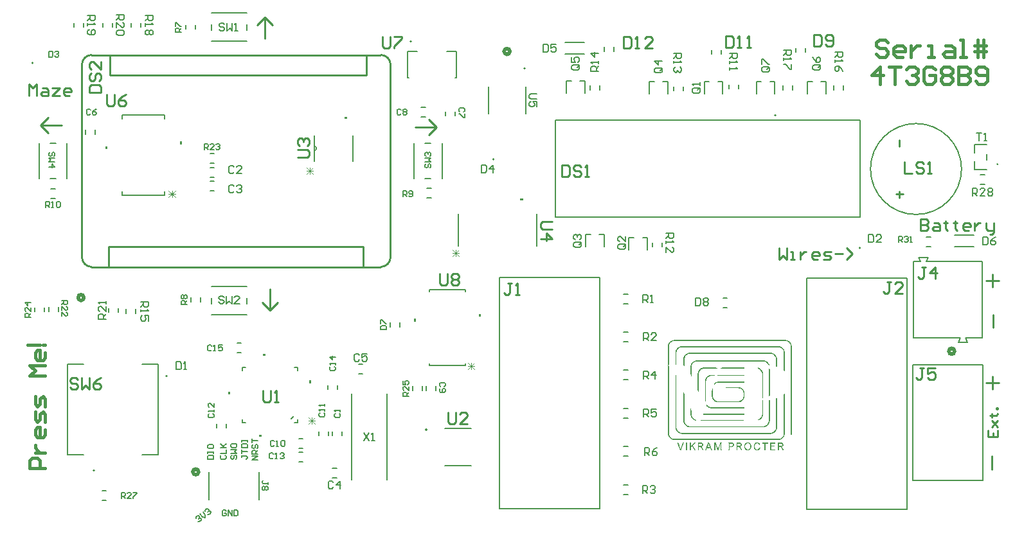
<source format=gto>
G04*
G04 #@! TF.GenerationSoftware,Altium Limited,Altium Designer,25.5.2 (35)*
G04*
G04 Layer_Color=65535*
%FSLAX23Y23*%
%MOIN*%
G70*
G04*
G04 #@! TF.SameCoordinates,10694D88-6559-4D2D-811B-EC1DD4263B2B*
G04*
G04*
G04 #@! TF.FilePolarity,Positive*
G04*
G01*
G75*
%ADD10C,0.006*%
%ADD11C,0.008*%
%ADD12C,0.020*%
%ADD13C,0.010*%
%ADD14C,0.005*%
%ADD15C,0.007*%
%ADD16C,0.003*%
%ADD17C,0.015*%
%ADD18C,0.008*%
G36*
X2696Y3109D02*
X2681D01*
Y3119D01*
X2696D01*
Y3109D01*
D02*
G37*
G36*
X1839Y2976D02*
X1829D01*
Y2991D01*
X1839D01*
Y2976D01*
D02*
G37*
G36*
X1452Y2951D02*
X1441D01*
Y2966D01*
X1452D01*
Y2951D01*
D02*
G37*
G36*
X3608Y2684D02*
X3592D01*
Y2694D01*
X3608D01*
Y2684D01*
D02*
G37*
G36*
X3387Y2081D02*
X3377D01*
Y2096D01*
X3387D01*
Y2081D01*
D02*
G37*
G36*
X3053Y2056D02*
X3043D01*
Y2071D01*
X3053D01*
Y2056D01*
D02*
G37*
G36*
X2273Y1880D02*
X2258D01*
Y1890D01*
X2273D01*
Y1880D01*
D02*
G37*
G36*
X4854Y1854D02*
X4858D01*
Y1854D01*
X4861D01*
Y1853D01*
X4862D01*
Y1853D01*
X4864D01*
Y1852D01*
X4866D01*
Y1852D01*
X4866D01*
Y1851D01*
X4868D01*
Y1850D01*
X4869D01*
Y1850D01*
X4870D01*
Y1849D01*
X4871D01*
Y1849D01*
X4872D01*
Y1848D01*
X4873D01*
Y1847D01*
X4874D01*
Y1846D01*
X4875D01*
Y1846D01*
X4876D01*
Y1845D01*
X4876D01*
Y1845D01*
X4877D01*
Y1844D01*
X4877D01*
Y1844D01*
X4878D01*
Y1843D01*
X4878D01*
Y1842D01*
X4879D01*
Y1841D01*
X4880D01*
Y1841D01*
X4880D01*
Y1840D01*
X4881D01*
Y1840D01*
X4881D01*
Y1838D01*
X4882D01*
Y1837D01*
X4882D01*
Y1837D01*
X4883D01*
Y1835D01*
X4884D01*
Y1834D01*
X4884D01*
Y1833D01*
X4885D01*
Y1831D01*
X4884D01*
Y1830D01*
X4883D01*
Y1831D01*
X4880D01*
Y1831D01*
X4879D01*
Y1832D01*
X4878D01*
Y1833D01*
X4878D01*
Y1834D01*
X4877D01*
Y1836D01*
X4877D01*
Y1836D01*
X4876D01*
Y1837D01*
X4876D01*
Y1838D01*
X4875D01*
Y1838D01*
X4874D01*
Y1839D01*
X4874D01*
Y1840D01*
X4873D01*
Y1840D01*
X4873D01*
Y1841D01*
X4871D01*
Y1842D01*
X4871D01*
Y1842D01*
X4870D01*
Y1843D01*
X4869D01*
Y1844D01*
X4869D01*
Y1844D01*
X4868D01*
Y1845D01*
X4867D01*
Y1845D01*
X4866D01*
Y1846D01*
X4865D01*
Y1846D01*
X4864D01*
Y1847D01*
X4862D01*
Y1848D01*
X4861D01*
Y1848D01*
X4858D01*
Y1849D01*
X4854D01*
Y1849D01*
X4508D01*
Y1849D01*
X4504D01*
Y1848D01*
X4502D01*
Y1848D01*
X4500D01*
Y1847D01*
X4498D01*
Y1846D01*
X4498D01*
Y1846D01*
X4497D01*
Y1845D01*
X4495D01*
Y1845D01*
X4495D01*
Y1844D01*
X4494D01*
Y1844D01*
X4493D01*
Y1843D01*
X4492D01*
Y1842D01*
X4491D01*
Y1842D01*
X4491D01*
Y1841D01*
X4490D01*
Y1841D01*
X4490D01*
Y1840D01*
X4489D01*
Y1840D01*
X4489D01*
Y1839D01*
X4488D01*
Y1838D01*
X4487D01*
Y1838D01*
X4487D01*
Y1837D01*
X4486D01*
Y1836D01*
X4486D01*
Y1835D01*
X4485D01*
Y1834D01*
X4484D01*
Y1833D01*
X4484D01*
Y1831D01*
X4483D01*
Y1831D01*
X4483D01*
Y1829D01*
X4482D01*
Y1827D01*
X4482D01*
Y1825D01*
X4481D01*
Y1773D01*
X4480D01*
Y1773D01*
X4480D01*
Y1775D01*
X4479D01*
Y1776D01*
X4479D01*
Y1777D01*
X4478D01*
Y1779D01*
X4478D01*
Y1780D01*
X4477D01*
Y1781D01*
X4476D01*
Y1782D01*
X4476D01*
Y1786D01*
X4475D01*
Y1819D01*
X4476D01*
Y1827D01*
X4476D01*
Y1828D01*
X4477D01*
Y1831D01*
X4478D01*
Y1832D01*
X4478D01*
Y1834D01*
X4479D01*
Y1835D01*
X4479D01*
Y1836D01*
X4480D01*
Y1837D01*
X4480D01*
Y1838D01*
X4481D01*
Y1839D01*
X4482D01*
Y1840D01*
X4482D01*
Y1841D01*
X4483D01*
Y1841D01*
X4483D01*
Y1842D01*
X4484D01*
Y1842D01*
X4484D01*
Y1843D01*
X4485D01*
Y1844D01*
X4486D01*
Y1845D01*
X4486D01*
Y1845D01*
X4487D01*
Y1846D01*
X4488D01*
Y1846D01*
X4489D01*
Y1847D01*
X4489D01*
Y1848D01*
X4490D01*
Y1848D01*
X4490D01*
Y1849D01*
X4491D01*
Y1849D01*
X4493D01*
Y1850D01*
X4494D01*
Y1850D01*
X4495D01*
Y1851D01*
X4496D01*
Y1852D01*
X4497D01*
Y1852D01*
X4498D01*
Y1853D01*
X4501D01*
Y1853D01*
X4502D01*
Y1854D01*
X4505D01*
Y1854D01*
X4509D01*
Y1855D01*
X4854D01*
Y1854D01*
D02*
G37*
G36*
X4890Y1894D02*
X4897D01*
Y1894D01*
X4898D01*
Y1893D01*
X4900D01*
Y1892D01*
X4903D01*
Y1892D01*
X4903D01*
Y1891D01*
X4905D01*
Y1891D01*
X4906D01*
Y1890D01*
X4907D01*
Y1890D01*
X4908D01*
Y1889D01*
X4909D01*
Y1888D01*
X4910D01*
Y1888D01*
X4911D01*
Y1887D01*
X4911D01*
Y1887D01*
X4912D01*
Y1886D01*
X4913D01*
Y1886D01*
X4913D01*
Y1885D01*
X4914D01*
Y1884D01*
X4915D01*
Y1884D01*
X4915D01*
Y1883D01*
X4916D01*
Y1883D01*
X4916D01*
Y1882D01*
Y1882D01*
X4917D01*
Y1881D01*
X4917D01*
Y1880D01*
X4918D01*
Y1880D01*
X4919D01*
Y1879D01*
X4919D01*
Y1878D01*
X4920D01*
Y1877D01*
X4920D01*
Y1876D01*
X4921D01*
Y1875D01*
X4922D01*
Y1873D01*
X4922D01*
Y1873D01*
X4923D01*
Y1871D01*
X4923D01*
Y1869D01*
X4924D01*
Y1868D01*
X4924D01*
Y1862D01*
X4925D01*
Y1824D01*
X4926D01*
Y1823D01*
X4925D01*
Y1822D01*
X4924D01*
Y1823D01*
X4923D01*
Y1823D01*
X4920D01*
Y1824D01*
X4920D01*
Y1860D01*
X4919D01*
Y1864D01*
X4919D01*
Y1867D01*
X4918D01*
Y1868D01*
X4917D01*
Y1871D01*
X4917D01*
Y1872D01*
X4916D01*
Y1872D01*
X4916D01*
Y1874D01*
X4915D01*
Y1875D01*
X4915D01*
Y1876D01*
X4914D01*
Y1876D01*
X4913D01*
Y1877D01*
X4913D01*
Y1878D01*
X4912D01*
Y1879D01*
X4912D01*
Y1879D01*
X4911D01*
Y1880D01*
X4911D01*
Y1880D01*
X4910D01*
Y1881D01*
X4909D01*
Y1882D01*
X4908D01*
Y1882D01*
X4908D01*
Y1883D01*
X4907D01*
Y1883D01*
X4907D01*
Y1884D01*
X4906D01*
Y1884D01*
X4905D01*
Y1885D01*
X4904D01*
Y1886D01*
X4903D01*
Y1886D01*
X4902D01*
Y1887D01*
X4901D01*
Y1887D01*
X4898D01*
Y1888D01*
X4897D01*
Y1888D01*
X4892D01*
Y1889D01*
X4472D01*
Y1888D01*
X4467D01*
Y1888D01*
X4465D01*
Y1887D01*
X4463D01*
Y1887D01*
X4462D01*
Y1886D01*
X4461D01*
Y1886D01*
X4459D01*
Y1885D01*
X4459D01*
Y1884D01*
X4457D01*
Y1884D01*
X4457D01*
Y1883D01*
X4456D01*
Y1883D01*
X4455D01*
Y1882D01*
X4454D01*
Y1881D01*
X4453D01*
Y1880D01*
X4453D01*
Y1880D01*
X4452D01*
Y1879D01*
X4452D01*
Y1879D01*
X4451D01*
Y1877D01*
X4451D01*
Y1877D01*
X4450D01*
Y1876D01*
X4449D01*
Y1875D01*
X4449D01*
Y1875D01*
X4448D01*
Y1873D01*
X4448D01*
Y1872D01*
X4447D01*
Y1872D01*
X4447D01*
Y1870D01*
X4446D01*
Y1869D01*
X4445D01*
Y1866D01*
X4445D01*
Y1864D01*
X4444D01*
Y1826D01*
X4444D01*
Y1825D01*
X4443D01*
Y1826D01*
X4443D01*
Y1826D01*
X4441D01*
Y1827D01*
X4440D01*
Y1827D01*
X4438D01*
Y1863D01*
X4439D01*
Y1867D01*
X4440D01*
Y1869D01*
X4440D01*
Y1871D01*
X4441D01*
Y1872D01*
X4441D01*
Y1874D01*
X4442D01*
Y1875D01*
X4443D01*
Y1876D01*
X4443D01*
Y1877D01*
X4444D01*
Y1878D01*
X4444D01*
Y1879D01*
X4445D01*
Y1879D01*
X4445D01*
Y1880D01*
X4446D01*
Y1881D01*
X4447D01*
Y1882D01*
X4447D01*
Y1883D01*
X4448D01*
Y1883D01*
X4448D01*
Y1884D01*
X4449D01*
Y1884D01*
X4449D01*
Y1885D01*
X4450D01*
Y1886D01*
X4451D01*
Y1886D01*
X4452D01*
Y1887D01*
X4452D01*
Y1887D01*
X4453D01*
Y1888D01*
X4453D01*
Y1888D01*
X4455D01*
Y1889D01*
X4456D01*
Y1890D01*
X4457D01*
Y1890D01*
X4458D01*
Y1891D01*
X4459D01*
Y1891D01*
X4460D01*
Y1892D01*
X4462D01*
Y1892D01*
X4464D01*
Y1893D01*
X4465D01*
Y1894D01*
X4467D01*
Y1894D01*
X4473D01*
Y1895D01*
X4890D01*
Y1894D01*
D02*
G37*
G36*
X4755Y1813D02*
X4754D01*
Y1812D01*
X4631D01*
Y1814D01*
X4632D01*
Y1814D01*
X4633D01*
Y1815D01*
X4635D01*
Y1815D01*
X4636D01*
Y1816D01*
X4637D01*
Y1817D01*
X4640D01*
Y1817D01*
X4641D01*
Y1818D01*
X4642D01*
Y1818D01*
X4755D01*
Y1813D01*
D02*
G37*
G36*
X4934Y1928D02*
X4938D01*
Y1928D01*
X4939D01*
Y1927D01*
X4942D01*
Y1926D01*
X4943D01*
Y1926D01*
X4944D01*
Y1925D01*
X4945D01*
Y1925D01*
X4946D01*
Y1924D01*
X4947D01*
Y1923D01*
X4949D01*
Y1923D01*
X4950D01*
Y1922D01*
X4950D01*
Y1922D01*
X4951D01*
Y1921D01*
X4951D01*
Y1921D01*
X4952D01*
Y1920D01*
X4953D01*
Y1919D01*
X4954D01*
Y1918D01*
X4955D01*
Y1918D01*
X4955D01*
Y1917D01*
X4956D01*
Y1916D01*
X4957D01*
Y1915D01*
X4957D01*
Y1915D01*
X4958D01*
Y1914D01*
X4958D01*
Y1914D01*
X4959D01*
Y1913D01*
X4959D01*
Y1912D01*
X4960D01*
Y1911D01*
X4961D01*
Y1910D01*
X4961D01*
Y1909D01*
X4962D01*
Y1907D01*
X4962D01*
Y1907D01*
X4963D01*
Y1905D01*
X4963D01*
Y1903D01*
X4964D01*
Y1900D01*
X4965D01*
Y1896D01*
X4965D01*
Y1797D01*
X4964D01*
Y1798D01*
X4963D01*
Y1798D01*
X4963D01*
Y1799D01*
X4962D01*
Y1799D01*
X4962D01*
Y1800D01*
X4961D01*
Y1801D01*
X4961D01*
Y1802D01*
X4960D01*
Y1894D01*
X4959D01*
Y1897D01*
X4959D01*
Y1901D01*
X4958D01*
Y1902D01*
X4958D01*
Y1905D01*
X4957D01*
Y1906D01*
X4957D01*
Y1907D01*
X4956D01*
Y1908D01*
X4955D01*
Y1909D01*
X4955D01*
Y1910D01*
X4954D01*
Y1910D01*
X4954D01*
Y1911D01*
X4953D01*
Y1912D01*
X4953D01*
Y1913D01*
X4952D01*
Y1913D01*
X4951D01*
Y1914D01*
X4951D01*
Y1914D01*
X4950D01*
Y1915D01*
X4950D01*
Y1915D01*
X4949D01*
Y1916D01*
X4948D01*
Y1917D01*
X4947D01*
Y1917D01*
X4947D01*
Y1918D01*
X4946D01*
Y1918D01*
X4946D01*
Y1919D01*
X4944D01*
Y1919D01*
X4944D01*
Y1920D01*
X4942D01*
Y1921D01*
X4942D01*
Y1921D01*
X4940D01*
Y1922D01*
X4938D01*
Y1922D01*
X4935D01*
Y1923D01*
X4427D01*
Y1922D01*
X4425D01*
Y1922D01*
X4422D01*
Y1921D01*
X4421D01*
Y1921D01*
X4420D01*
Y1920D01*
X4419D01*
Y1919D01*
X4418D01*
Y1919D01*
X4417D01*
Y1918D01*
X4416D01*
Y1918D01*
X4416D01*
Y1917D01*
X4415D01*
Y1917D01*
X4414D01*
Y1916D01*
X4413D01*
Y1915D01*
X4413D01*
Y1915D01*
X4412D01*
Y1914D01*
X4411D01*
Y1914D01*
X4411D01*
Y1913D01*
X4410D01*
Y1913D01*
X4410D01*
Y1911D01*
X4409D01*
Y1911D01*
X4409D01*
Y1910D01*
X4408D01*
Y1909D01*
X4407D01*
Y1909D01*
X4407D01*
Y1907D01*
X4406D01*
Y1907D01*
X4406D01*
Y1906D01*
X4405D01*
Y1903D01*
X4405D01*
Y1902D01*
X4404D01*
Y1899D01*
X4403D01*
Y1896D01*
X4403D01*
Y1833D01*
X4402D01*
Y1832D01*
X4398D01*
Y1833D01*
X4397D01*
Y1895D01*
X4398D01*
Y1900D01*
X4398D01*
Y1902D01*
X4399D01*
Y1904D01*
X4399D01*
Y1906D01*
X4400D01*
Y1907D01*
X4401D01*
Y1908D01*
X4401D01*
Y1910D01*
X4402D01*
Y1911D01*
X4402D01*
Y1911D01*
X4403D01*
Y1913D01*
X4403D01*
Y1913D01*
X4404D01*
Y1914D01*
X4405D01*
Y1914D01*
X4405D01*
Y1915D01*
X4406D01*
Y1916D01*
X4406D01*
Y1917D01*
X4407D01*
Y1917D01*
X4407D01*
Y1918D01*
X4408D01*
Y1918D01*
X4409D01*
Y1919D01*
X4409D01*
Y1919D01*
X4410D01*
Y1920D01*
X4410D01*
Y1921D01*
X4411D01*
Y1921D01*
X4411D01*
Y1922D01*
X4413D01*
Y1922D01*
X4413D01*
Y1923D01*
X4414D01*
Y1923D01*
X4415D01*
Y1924D01*
X4416D01*
Y1925D01*
X4417D01*
Y1925D01*
X4418D01*
Y1926D01*
X4420D01*
Y1926D01*
X4421D01*
Y1927D01*
X4424D01*
Y1928D01*
X4425D01*
Y1928D01*
X4429D01*
Y1929D01*
X4934D01*
Y1928D01*
D02*
G37*
G36*
X4754Y1780D02*
X4755D01*
Y1775D01*
X4755D01*
Y1775D01*
X4616D01*
Y1775D01*
X4615D01*
Y1777D01*
X4616D01*
Y1777D01*
X4616D01*
Y1779D01*
X4617D01*
Y1780D01*
X4617D01*
Y1780D01*
X4754D01*
Y1780D01*
D02*
G37*
G36*
X4751Y1744D02*
X4755D01*
Y1743D01*
X4755D01*
Y1738D01*
X4752D01*
Y1739D01*
X4618D01*
Y1738D01*
X4614D01*
Y1738D01*
X4612D01*
Y1737D01*
X4610D01*
Y1737D01*
X4609D01*
Y1736D01*
X4608D01*
Y1735D01*
X4606D01*
Y1735D01*
X4605D01*
Y1734D01*
X4605D01*
Y1734D01*
X4604D01*
Y1733D01*
X4603D01*
Y1733D01*
X4602D01*
Y1732D01*
X4602D01*
Y1731D01*
X4601D01*
Y1731D01*
X4601D01*
Y1730D01*
X4600D01*
Y1730D01*
X4600D01*
Y1729D01*
X4598D01*
Y1731D01*
X4599D01*
Y1733D01*
X4600D01*
Y1734D01*
X4600D01*
Y1736D01*
X4601D01*
Y1737D01*
X4601D01*
Y1738D01*
X4602D01*
Y1739D01*
X4602D01*
Y1739D01*
X4604D01*
Y1740D01*
X4605D01*
Y1741D01*
X4606D01*
Y1741D01*
X4607D01*
Y1742D01*
X4608D01*
Y1742D01*
X4610D01*
Y1743D01*
X4612D01*
Y1743D01*
X4615D01*
Y1744D01*
X4619D01*
Y1745D01*
X4751D01*
Y1744D01*
D02*
G37*
G36*
X2510Y1736D02*
X2500D01*
Y1751D01*
X2510D01*
Y1736D01*
D02*
G37*
G36*
X4598Y1728D02*
X4598D01*
Y1729D01*
X4598D01*
Y1728D01*
D02*
G37*
G36*
X4604Y1818D02*
X4605D01*
Y1817D01*
X4606D01*
Y1817D01*
X4608D01*
Y1816D01*
X4609D01*
Y1815D01*
X4611D01*
Y1815D01*
X4612D01*
Y1814D01*
X4613D01*
Y1814D01*
X4614D01*
Y1812D01*
X4543D01*
Y1812D01*
X4541D01*
Y1811D01*
X4538D01*
Y1811D01*
X4537D01*
Y1810D01*
X4536D01*
Y1810D01*
X4535D01*
Y1809D01*
X4534D01*
Y1808D01*
X4533D01*
Y1808D01*
X4532D01*
Y1807D01*
X4532D01*
Y1807D01*
X4530D01*
Y1806D01*
X4530D01*
Y1806D01*
X4529D01*
Y1805D01*
X4528D01*
Y1804D01*
X4528D01*
Y1804D01*
X4527D01*
Y1803D01*
X4526D01*
Y1803D01*
X4526D01*
Y1802D01*
X4525D01*
Y1801D01*
X4525D01*
Y1800D01*
X4524D01*
Y1799D01*
X4524D01*
Y1799D01*
X4523D01*
Y1798D01*
X4522D01*
Y1797D01*
X4522D01*
Y1796D01*
X4521D01*
Y1794D01*
X4521D01*
Y1793D01*
X4520D01*
Y1791D01*
X4520D01*
Y1789D01*
X4519D01*
Y1785D01*
X4518D01*
Y1723D01*
Y1723D01*
Y1688D01*
X4517D01*
Y1689D01*
X4517D01*
Y1691D01*
X4516D01*
Y1692D01*
X4516D01*
Y1693D01*
X4515D01*
Y1695D01*
X4514D01*
Y1696D01*
X4514D01*
Y1697D01*
X4513D01*
Y1788D01*
X4514D01*
Y1791D01*
X4514D01*
Y1794D01*
X4515D01*
Y1795D01*
X4516D01*
Y1797D01*
X4516D01*
Y1798D01*
X4517D01*
Y1799D01*
X4517D01*
Y1800D01*
X4518D01*
Y1801D01*
X4518D01*
Y1802D01*
X4519D01*
Y1803D01*
X4520D01*
Y1804D01*
X4520D01*
Y1804D01*
X4521D01*
Y1805D01*
X4521D01*
Y1806D01*
X4522D01*
Y1806D01*
X4522D01*
Y1807D01*
X4523D01*
Y1808D01*
X4524D01*
Y1808D01*
X4525D01*
Y1809D01*
X4525D01*
Y1810D01*
X4526D01*
Y1810D01*
X4526D01*
Y1811D01*
X4527D01*
Y1811D01*
X4528D01*
Y1812D01*
X4529D01*
Y1812D01*
X4530D01*
Y1813D01*
X4530D01*
Y1814D01*
X4532D01*
Y1814D01*
X4533D01*
Y1815D01*
X4534D01*
Y1815D01*
X4536D01*
Y1816D01*
X4537D01*
Y1817D01*
X4539D01*
Y1817D01*
X4540D01*
Y1818D01*
X4544D01*
Y1818D01*
X4604D01*
Y1818D01*
D02*
G37*
G36*
X2090Y1677D02*
X2080D01*
Y1692D01*
X2090D01*
Y1677D01*
D02*
G37*
G36*
X4883Y1811D02*
X4884D01*
Y1810D01*
X4884D01*
Y1810D01*
X4885D01*
Y1809D01*
X4885D01*
Y1808D01*
X4886D01*
Y1808D01*
X4887D01*
Y1738D01*
Y1737D01*
Y1672D01*
X4886D01*
Y1672D01*
X4885D01*
Y1671D01*
X4885D01*
Y1670D01*
X4884D01*
Y1670D01*
X4884D01*
Y1669D01*
X4883D01*
Y1669D01*
X4882D01*
Y1669D01*
X4881D01*
Y1811D01*
X4882D01*
Y1811D01*
X4883D01*
Y1811D01*
D02*
G37*
G36*
X4828Y1816D02*
X4830D01*
Y1815D01*
X4831D01*
Y1815D01*
X4832D01*
Y1814D01*
X4834D01*
Y1814D01*
X4835D01*
Y1813D01*
X4835D01*
Y1812D01*
X4837D01*
Y1812D01*
X4838D01*
Y1811D01*
X4838D01*
Y1811D01*
X4839D01*
Y1810D01*
X4839D01*
Y1810D01*
X4840D01*
Y1809D01*
X4841D01*
Y1808D01*
X4842D01*
Y1808D01*
X4842D01*
Y1807D01*
X4843D01*
Y1807D01*
X4843D01*
Y1806D01*
X4844D01*
Y1805D01*
X4844D01*
Y1804D01*
X4845D01*
Y1804D01*
X4846D01*
Y1803D01*
X4846D01*
Y1803D01*
X4847D01*
Y1802D01*
X4847D01*
Y1800D01*
X4848D01*
Y1799D01*
X4848D01*
Y1798D01*
X4849D01*
Y1798D01*
X4850D01*
Y1796D01*
X4850D01*
Y1795D01*
X4851D01*
Y1792D01*
X4851D01*
Y1789D01*
X4852D01*
Y1785D01*
X4852D01*
Y1716D01*
Y1715D01*
Y1659D01*
X4851D01*
Y1658D01*
X4847D01*
Y1660D01*
X4847D01*
Y1787D01*
X4846D01*
Y1789D01*
X4846D01*
Y1792D01*
X4845D01*
Y1794D01*
X4844D01*
Y1795D01*
X4844D01*
Y1796D01*
X4843D01*
Y1797D01*
X4843D01*
Y1799D01*
X4842D01*
Y1799D01*
X4842D01*
Y1800D01*
X4841D01*
Y1800D01*
X4840D01*
Y1801D01*
X4840D01*
Y1802D01*
X4839D01*
Y1803D01*
X4839D01*
Y1803D01*
X4838D01*
Y1804D01*
X4838D01*
Y1804D01*
X4837D01*
Y1805D01*
X4836D01*
Y1806D01*
X4835D01*
Y1806D01*
X4835D01*
Y1807D01*
X4834D01*
Y1807D01*
X4834D01*
Y1808D01*
X4833D01*
Y1808D01*
X4832D01*
Y1809D01*
X4831D01*
Y1810D01*
X4830D01*
Y1810D01*
X4829D01*
Y1811D01*
X4827D01*
Y1811D01*
X4826D01*
Y1817D01*
X4828D01*
Y1816D01*
D02*
G37*
G36*
X4724Y1716D02*
X4729D01*
Y1715D01*
X4731D01*
Y1715D01*
X4733D01*
Y1714D01*
X4735D01*
Y1714D01*
X4736D01*
Y1713D01*
X4737D01*
Y1712D01*
X4738D01*
Y1712D01*
X4739D01*
Y1711D01*
X4740D01*
Y1711D01*
X4742D01*
Y1710D01*
X4742D01*
Y1710D01*
X4743D01*
Y1709D01*
X4743D01*
Y1708D01*
X4744D01*
Y1708D01*
X4744D01*
Y1707D01*
X4745D01*
Y1707D01*
X4746D01*
Y1706D01*
X4746D01*
Y1706D01*
X4747D01*
Y1705D01*
X4747D01*
Y1704D01*
X4748D01*
Y1704D01*
X4748D01*
Y1703D01*
X4749D01*
Y1703D01*
X4750D01*
Y1702D01*
X4750D01*
Y1701D01*
X4751D01*
Y1700D01*
X4751D01*
Y1699D01*
X4752D01*
Y1698D01*
X4752D01*
Y1697D01*
X4753D01*
Y1696D01*
X4754D01*
Y1695D01*
X4754D01*
Y1694D01*
X4755D01*
Y1691D01*
X4755D01*
Y1663D01*
X4755D01*
Y1660D01*
X4754D01*
Y1658D01*
X4754D01*
Y1657D01*
X4753D01*
Y1656D01*
X4752D01*
Y1656D01*
X4752D01*
Y1654D01*
X4751D01*
Y1653D01*
X4751D01*
Y1652D01*
X4750D01*
Y1651D01*
X4750D01*
Y1651D01*
X4749D01*
Y1650D01*
X4748D01*
Y1649D01*
X4748D01*
Y1649D01*
X4747D01*
Y1648D01*
X4747D01*
Y1647D01*
X4746D01*
Y1647D01*
X4746D01*
Y1646D01*
X4745D01*
Y1646D01*
X4744D01*
Y1645D01*
X4744D01*
Y1645D01*
X4743D01*
Y1644D01*
X4742D01*
Y1643D01*
X4742D01*
Y1643D01*
X4740D01*
Y1642D01*
X4740D01*
Y1642D01*
X4739D01*
Y1641D01*
X4738D01*
Y1641D01*
X4737D01*
Y1640D01*
X4735D01*
Y1639D01*
X4734D01*
Y1639D01*
X4732D01*
Y1638D01*
X4730D01*
Y1638D01*
X4729D01*
Y1637D01*
X4613D01*
Y1638D01*
X4612D01*
Y1638D01*
X4610D01*
Y1639D01*
X4609D01*
Y1639D01*
X4608D01*
Y1640D01*
X4606D01*
Y1641D01*
X4605D01*
Y1641D01*
X4604D01*
Y1642D01*
X4603D01*
Y1642D01*
X4602D01*
Y1643D01*
X4601D01*
Y1643D01*
X4600D01*
Y1644D01*
X4600D01*
Y1645D01*
X4599D01*
Y1645D01*
X4598D01*
Y1646D01*
X4597D01*
Y1646D01*
X4597D01*
Y1647D01*
X4596D01*
Y1647D01*
X4595D01*
Y1648D01*
X4595D01*
Y1649D01*
X4594D01*
Y1650D01*
X4594D01*
Y1650D01*
X4593D01*
Y1651D01*
X4593D01*
Y1651D01*
X4592D01*
Y1653D01*
X4591D01*
Y1654D01*
X4591D01*
Y1654D01*
X4590D01*
Y1656D01*
X4590D01*
Y1657D01*
X4589D01*
Y1658D01*
X4589D01*
Y1659D01*
X4588D01*
Y1660D01*
X4587D01*
Y1663D01*
X4587D01*
Y1664D01*
X4586D01*
Y1669D01*
X4586D01*
Y1695D01*
X4586D01*
Y1698D01*
X4587D01*
Y1699D01*
X4587D01*
Y1702D01*
X4588D01*
Y1703D01*
X4589D01*
Y1704D01*
X4589D01*
Y1706D01*
X4590D01*
Y1707D01*
X4590D01*
Y1708D01*
X4591D01*
Y1708D01*
X4591D01*
Y1707D01*
X4591D01*
Y1672D01*
X4591D01*
Y1666D01*
X4592D01*
Y1664D01*
X4593D01*
Y1662D01*
X4593D01*
Y1661D01*
X4594D01*
Y1660D01*
X4594D01*
Y1658D01*
X4595D01*
Y1657D01*
X4595D01*
Y1657D01*
X4596D01*
Y1656D01*
X4597D01*
Y1655D01*
X4597D01*
Y1654D01*
X4598D01*
Y1654D01*
X4598D01*
Y1653D01*
X4599D01*
Y1652D01*
X4600D01*
Y1651D01*
X4600D01*
Y1651D01*
X4601D01*
Y1650D01*
X4602D01*
Y1649D01*
X4603D01*
Y1649D01*
X4604D01*
Y1648D01*
X4604D01*
Y1647D01*
X4605D01*
Y1647D01*
X4606D01*
Y1646D01*
X4607D01*
Y1646D01*
X4608D01*
Y1645D01*
X4609D01*
Y1645D01*
X4610D01*
Y1644D01*
X4613D01*
Y1643D01*
X4615D01*
Y1643D01*
X4621D01*
Y1642D01*
X4722D01*
Y1643D01*
X4728D01*
Y1643D01*
X4729D01*
Y1644D01*
X4732D01*
Y1645D01*
X4733D01*
Y1645D01*
X4734D01*
Y1646D01*
X4736D01*
Y1646D01*
X4736D01*
Y1647D01*
X4738D01*
Y1647D01*
X4738D01*
Y1648D01*
X4739D01*
Y1649D01*
X4740D01*
Y1649D01*
X4740D01*
Y1650D01*
X4741D01*
Y1650D01*
X4742D01*
Y1651D01*
X4742D01*
Y1651D01*
X4743D01*
Y1652D01*
X4743D01*
Y1653D01*
X4744D01*
Y1653D01*
X4744D01*
Y1654D01*
X4745D01*
Y1655D01*
X4746D01*
Y1656D01*
X4746D01*
Y1656D01*
X4747D01*
Y1657D01*
X4747D01*
Y1658D01*
X4748D01*
Y1659D01*
X4748D01*
Y1660D01*
X4749D01*
Y1662D01*
X4750D01*
Y1663D01*
X4750D01*
Y1665D01*
X4751D01*
Y1668D01*
X4751D01*
Y1685D01*
X4751D01*
Y1688D01*
X4750D01*
Y1690D01*
X4750D01*
Y1692D01*
X4749D01*
Y1693D01*
X4748D01*
Y1694D01*
X4748D01*
Y1695D01*
X4747D01*
Y1696D01*
X4747D01*
Y1697D01*
X4746D01*
Y1698D01*
X4746D01*
Y1699D01*
X4745D01*
Y1700D01*
X4744D01*
Y1700D01*
X4744D01*
Y1701D01*
X4743D01*
Y1702D01*
X4743D01*
Y1702D01*
X4742D01*
Y1703D01*
X4742D01*
Y1703D01*
X4741D01*
Y1704D01*
X4740D01*
Y1704D01*
X4739D01*
Y1705D01*
X4739D01*
Y1706D01*
X4738D01*
Y1706D01*
X4737D01*
Y1707D01*
X4736D01*
Y1707D01*
X4735D01*
Y1708D01*
X4734D01*
Y1708D01*
X4733D01*
Y1709D01*
X4731D01*
Y1710D01*
X4729D01*
Y1710D01*
X4726D01*
Y1711D01*
X4721D01*
Y1711D01*
X4659D01*
Y1712D01*
X4659D01*
Y1716D01*
X4659D01*
Y1716D01*
X4724D01*
Y1716D01*
D02*
G37*
G36*
X4603Y1780D02*
X4604D01*
Y1779D01*
X4603D01*
Y1777D01*
X4602D01*
Y1775D01*
X4601D01*
Y1775D01*
X4585D01*
Y1774D01*
X4579D01*
Y1773D01*
X4578D01*
Y1773D01*
X4575D01*
Y1772D01*
X4574D01*
Y1772D01*
X4573D01*
Y1771D01*
X4572D01*
Y1771D01*
X4571D01*
Y1770D01*
X4570D01*
Y1769D01*
X4570D01*
Y1769D01*
X4568D01*
Y1768D01*
X4568D01*
Y1768D01*
X4567D01*
Y1767D01*
X4566D01*
Y1766D01*
X4566D01*
Y1766D01*
X4565D01*
Y1765D01*
X4564D01*
Y1765D01*
X4564D01*
Y1764D01*
X4563D01*
Y1763D01*
X4563D01*
Y1762D01*
X4562D01*
Y1761D01*
X4562D01*
Y1761D01*
X4561D01*
Y1760D01*
X4560D01*
Y1759D01*
X4560D01*
Y1757D01*
X4559D01*
Y1757D01*
X4559D01*
Y1755D01*
X4558D01*
Y1754D01*
X4558D01*
Y1752D01*
X4557D01*
Y1748D01*
X4556D01*
Y1744D01*
X4556D01*
Y1743D01*
X4556D01*
Y1742D01*
X4556D01*
Y1741D01*
X4556D01*
Y1739D01*
X4556D01*
Y1737D01*
X4556D01*
Y1735D01*
X4556D01*
Y1734D01*
X4556D01*
Y1731D01*
X4556D01*
Y1730D01*
X4556D01*
Y1708D01*
X4556D01*
Y1708D01*
X4556D01*
Y1706D01*
X4556D01*
Y1705D01*
X4556D01*
Y1673D01*
X4556D01*
Y1672D01*
X4556D01*
Y1654D01*
Y1653D01*
X4556D01*
Y1648D01*
X4555D01*
Y1647D01*
X4555D01*
Y1645D01*
X4554D01*
Y1644D01*
X4554D01*
Y1643D01*
X4553D01*
Y1641D01*
X4552D01*
Y1639D01*
X4552D01*
Y1639D01*
X4551D01*
Y1638D01*
X4551D01*
Y1746D01*
X4551D01*
Y1751D01*
X4552D01*
Y1754D01*
X4552D01*
Y1756D01*
X4553D01*
Y1758D01*
X4554D01*
Y1758D01*
X4554D01*
Y1760D01*
X4555D01*
Y1761D01*
X4555D01*
Y1761D01*
X4556D01*
Y1763D01*
X4556D01*
Y1764D01*
X4557D01*
Y1765D01*
X4558D01*
Y1765D01*
X4558D01*
Y1766D01*
X4559D01*
Y1766D01*
X4559D01*
Y1767D01*
X4560D01*
Y1768D01*
X4560D01*
Y1769D01*
X4561D01*
Y1769D01*
X4562D01*
Y1770D01*
X4562D01*
Y1771D01*
X4563D01*
Y1771D01*
X4563D01*
Y1772D01*
X4564D01*
Y1772D01*
X4565D01*
Y1773D01*
X4566D01*
Y1773D01*
X4566D01*
Y1774D01*
X4567D01*
Y1775D01*
X4568D01*
Y1775D01*
X4570D01*
Y1776D01*
X4570D01*
Y1776D01*
X4571D01*
Y1777D01*
X4572D01*
Y1777D01*
X4574D01*
Y1778D01*
X4576D01*
Y1779D01*
X4578D01*
Y1779D01*
X4581D01*
Y1780D01*
X4586D01*
Y1780D01*
X4603D01*
Y1780D01*
D02*
G37*
G36*
X4561Y1624D02*
X4562D01*
Y1623D01*
X4562D01*
Y1623D01*
X4563D01*
Y1622D01*
X4563D01*
Y1622D01*
X4564D01*
Y1621D01*
X4564D01*
Y1620D01*
X4565D01*
Y1619D01*
X4566D01*
Y1619D01*
X4567D01*
Y1618D01*
X4567D01*
Y1618D01*
X4568D01*
Y1617D01*
X4568D01*
Y1616D01*
X4570D01*
Y1616D01*
X4570D01*
Y1615D01*
X4571D01*
Y1615D01*
X4572D01*
Y1614D01*
X4573D01*
Y1614D01*
X4574D01*
Y1613D01*
X4575D01*
Y1612D01*
X4578D01*
Y1612D01*
X4579D01*
Y1611D01*
X4585D01*
Y1611D01*
X4751D01*
Y1611D01*
X4755D01*
Y1606D01*
X4755D01*
Y1605D01*
X4579D01*
Y1606D01*
X4578D01*
Y1607D01*
X4576D01*
Y1607D01*
X4574D01*
Y1608D01*
X4573D01*
Y1608D01*
X4571D01*
Y1609D01*
X4571D01*
Y1610D01*
X4569D01*
Y1610D01*
X4568D01*
Y1611D01*
X4567D01*
Y1611D01*
X4566D01*
Y1612D01*
X4566D01*
Y1612D01*
X4565D01*
Y1613D01*
X4564D01*
Y1614D01*
X4563D01*
Y1614D01*
X4563D01*
Y1615D01*
X4562D01*
Y1615D01*
X4562D01*
Y1616D01*
X4561D01*
Y1616D01*
X4560D01*
Y1617D01*
X4560D01*
Y1618D01*
X4559D01*
Y1618D01*
X4559D01*
Y1619D01*
X4558D01*
Y1622D01*
X4559D01*
Y1623D01*
X4559D01*
Y1624D01*
X4560D01*
Y1625D01*
X4561D01*
Y1624D01*
D02*
G37*
G36*
X4754Y1577D02*
X4755D01*
Y1572D01*
X4544D01*
Y1573D01*
X4541D01*
Y1575D01*
X4541D01*
Y1576D01*
X4542D01*
Y1578D01*
X4754D01*
Y1577D01*
D02*
G37*
G36*
X4852Y1647D02*
X4852D01*
Y1573D01*
X4852D01*
Y1570D01*
X4851D01*
Y1567D01*
X4851D01*
Y1565D01*
X4850D01*
Y1564D01*
X4850D01*
Y1562D01*
X4849D01*
Y1561D01*
X4848D01*
Y1560D01*
X4848D01*
Y1559D01*
X4847D01*
Y1558D01*
X4847D01*
Y1557D01*
X4846D01*
Y1557D01*
X4846D01*
Y1555D01*
X4845D01*
Y1555D01*
X4844D01*
Y1554D01*
X4844D01*
Y1553D01*
X4843D01*
Y1553D01*
X4843D01*
Y1552D01*
X4842D01*
Y1551D01*
X4842D01*
Y1551D01*
X4841D01*
Y1550D01*
X4840D01*
Y1550D01*
X4840D01*
Y1549D01*
X4839D01*
Y1549D01*
X4838D01*
Y1548D01*
X4838D01*
Y1547D01*
X4837D01*
Y1547D01*
X4836D01*
Y1546D01*
X4835D01*
Y1546D01*
X4834D01*
Y1545D01*
X4833D01*
Y1545D01*
X4832D01*
Y1544D01*
X4828D01*
Y1545D01*
X4827D01*
Y1545D01*
X4826D01*
Y1547D01*
X4827D01*
Y1548D01*
X4827D01*
Y1549D01*
X4829D01*
Y1549D01*
X4830D01*
Y1550D01*
X4831D01*
Y1550D01*
X4832D01*
Y1551D01*
X4833D01*
Y1551D01*
X4834D01*
Y1552D01*
X4835D01*
Y1553D01*
X4835D01*
Y1553D01*
X4836D01*
Y1554D01*
X4836D01*
Y1554D01*
X4838D01*
Y1555D01*
X4838D01*
Y1555D01*
X4839D01*
Y1557D01*
X4839D01*
Y1557D01*
X4840D01*
Y1558D01*
X4840D01*
Y1558D01*
X4841D01*
Y1559D01*
X4842D01*
Y1560D01*
X4842D01*
Y1561D01*
X4843D01*
Y1562D01*
X4843D01*
Y1563D01*
X4844D01*
Y1564D01*
X4844D01*
Y1566D01*
X4845D01*
Y1567D01*
X4846D01*
Y1570D01*
X4846D01*
Y1572D01*
X4847D01*
Y1647D01*
X4847D01*
Y1648D01*
X4852D01*
Y1647D01*
D02*
G37*
G36*
X4477Y1604D02*
X4478D01*
Y1603D01*
X4478D01*
Y1601D01*
X4479D01*
Y1600D01*
X4479D01*
Y1599D01*
X4480D01*
Y1597D01*
X4480D01*
Y1596D01*
X4481D01*
Y1572D01*
X4482D01*
Y1569D01*
X4482D01*
Y1568D01*
X4483D01*
Y1565D01*
X4483D01*
Y1565D01*
X4484D01*
Y1563D01*
X4484D01*
Y1562D01*
X4485D01*
Y1561D01*
X4486D01*
Y1560D01*
X4486D01*
Y1559D01*
X4487D01*
Y1558D01*
X4487D01*
Y1558D01*
X4488D01*
Y1557D01*
X4489D01*
Y1557D01*
X4489D01*
Y1556D01*
X4490D01*
Y1555D01*
X4490D01*
Y1554D01*
X4491D01*
Y1554D01*
X4492D01*
Y1553D01*
X4493D01*
Y1553D01*
X4493D01*
Y1552D01*
X4494D01*
Y1551D01*
X4495D01*
Y1551D01*
X4495D01*
Y1550D01*
X4497D01*
Y1550D01*
X4498D01*
Y1549D01*
X4499D01*
Y1549D01*
X4501D01*
Y1548D01*
X4502D01*
Y1547D01*
X4502D01*
Y1547D01*
X4503D01*
Y1546D01*
X4503D01*
Y1544D01*
X4504D01*
Y1543D01*
X4505D01*
Y1542D01*
X4502D01*
Y1542D01*
X4500D01*
Y1543D01*
X4499D01*
Y1543D01*
X4497D01*
Y1544D01*
X4496D01*
Y1545D01*
X4495D01*
Y1545D01*
X4494D01*
Y1546D01*
X4493D01*
Y1546D01*
X4491D01*
Y1547D01*
X4491D01*
Y1547D01*
X4490D01*
Y1548D01*
X4490D01*
Y1549D01*
X4489D01*
Y1549D01*
X4488D01*
Y1550D01*
X4487D01*
Y1550D01*
X4487D01*
Y1551D01*
X4486D01*
Y1551D01*
X4486D01*
Y1552D01*
X4485D01*
Y1553D01*
X4484D01*
Y1553D01*
X4484D01*
Y1554D01*
X4483D01*
Y1555D01*
X4483D01*
Y1555D01*
X4482D01*
Y1556D01*
X4482D01*
Y1557D01*
Y1557D01*
X4481D01*
Y1558D01*
X4480D01*
Y1559D01*
X4480D01*
Y1560D01*
X4479D01*
Y1561D01*
X4479D01*
Y1562D01*
X4478D01*
Y1564D01*
X4478D01*
Y1565D01*
X4477D01*
Y1568D01*
X4476D01*
Y1569D01*
X4476D01*
Y1576D01*
X4475D01*
Y1605D01*
X4476D01*
Y1606D01*
X4477D01*
Y1604D01*
D02*
G37*
G36*
X4755Y1545D02*
X4755D01*
Y1545D01*
X4753D01*
Y1544D01*
X4751D01*
Y1543D01*
X4748D01*
Y1543D01*
X4746D01*
Y1542D01*
X4743D01*
Y1542D01*
X4740D01*
Y1541D01*
X4529D01*
Y1544D01*
X4530D01*
Y1545D01*
X4530D01*
Y1546D01*
X4531D01*
Y1546D01*
X4755D01*
Y1545D01*
D02*
G37*
G36*
X4440Y1689D02*
X4440D01*
Y1687D01*
X4441D01*
Y1686D01*
X4441D01*
Y1685D01*
X4442D01*
Y1684D01*
X4443D01*
Y1682D01*
X4443D01*
Y1681D01*
X4444D01*
Y1680D01*
X4444D01*
Y1538D01*
X4445D01*
Y1536D01*
X4445D01*
Y1533D01*
X4446D01*
Y1532D01*
X4447D01*
Y1531D01*
X4447D01*
Y1530D01*
X4448D01*
Y1529D01*
X4448D01*
Y1527D01*
X4449D01*
Y1527D01*
X4449D01*
Y1526D01*
X4450D01*
Y1525D01*
X4451D01*
Y1524D01*
X4451D01*
Y1524D01*
X4452D01*
Y1523D01*
X4452D01*
Y1523D01*
X4453D01*
Y1522D01*
X4453D01*
Y1522D01*
X4454D01*
Y1521D01*
X4455D01*
Y1520D01*
X4455D01*
Y1520D01*
X4456D01*
Y1519D01*
X4456D01*
Y1519D01*
X4457D01*
Y1518D01*
X4459D01*
Y1518D01*
X4459D01*
Y1517D01*
X4460D01*
Y1516D01*
X4461D01*
Y1516D01*
X4463D01*
Y1515D01*
X4464D01*
Y1515D01*
X4467D01*
Y1514D01*
X4468D01*
Y1513D01*
X4472D01*
Y1513D01*
X4854D01*
Y1513D01*
X4857D01*
Y1514D01*
X4859D01*
Y1515D01*
X4861D01*
Y1515D01*
X4862D01*
Y1516D01*
X4865D01*
Y1516D01*
X4865D01*
Y1517D01*
X4866D01*
Y1518D01*
X4867D01*
Y1518D01*
X4868D01*
Y1519D01*
X4869D01*
Y1519D01*
X4870D01*
Y1520D01*
X4870D01*
Y1520D01*
X4871D01*
Y1521D01*
X4871D01*
Y1522D01*
X4873D01*
Y1523D01*
X4873D01*
Y1523D01*
X4874D01*
Y1524D01*
X4874D01*
Y1524D01*
X4875D01*
Y1525D01*
X4876D01*
Y1526D01*
X4876D01*
Y1527D01*
X4877D01*
Y1527D01*
X4877D01*
Y1529D01*
X4878D01*
Y1530D01*
X4878D01*
Y1531D01*
X4879D01*
Y1532D01*
X4880D01*
Y1533D01*
X4880D01*
Y1536D01*
X4881D01*
Y1538D01*
X4881D01*
Y1649D01*
X4882D01*
Y1650D01*
X4887D01*
Y1539D01*
X4886D01*
Y1536D01*
X4886D01*
Y1534D01*
X4885D01*
Y1531D01*
X4885D01*
Y1530D01*
X4884D01*
Y1528D01*
X4884D01*
Y1528D01*
X4883D01*
Y1526D01*
X4882D01*
Y1526D01*
X4882D01*
Y1524D01*
X4881D01*
Y1523D01*
X4881D01*
Y1523D01*
X4880D01*
Y1522D01*
X4880D01*
Y1522D01*
X4879D01*
Y1521D01*
X4878D01*
Y1520D01*
X4878D01*
Y1519D01*
X4877D01*
Y1519D01*
X4877D01*
Y1518D01*
X4876D01*
Y1518D01*
X4876D01*
Y1517D01*
X4874D01*
Y1516D01*
X4873D01*
Y1515D01*
X4873D01*
Y1515D01*
X4872D01*
Y1514D01*
X4871D01*
Y1513D01*
X4870D01*
Y1513D01*
X4869D01*
Y1512D01*
X4869D01*
Y1512D01*
X4867D01*
Y1511D01*
X4866D01*
Y1511D01*
X4865D01*
Y1510D01*
X4863D01*
Y1509D01*
X4862D01*
Y1509D01*
X4859D01*
Y1508D01*
X4857D01*
Y1508D01*
X4468D01*
Y1508D01*
X4466D01*
Y1509D01*
X4464D01*
Y1509D01*
X4463D01*
Y1510D01*
X4460D01*
Y1511D01*
X4459D01*
Y1511D01*
X4459D01*
Y1512D01*
X4457D01*
Y1512D01*
X4456D01*
Y1513D01*
X4455D01*
Y1513D01*
X4455D01*
Y1514D01*
X4453D01*
Y1515D01*
X4453D01*
Y1515D01*
X4452D01*
Y1516D01*
X4452D01*
Y1516D01*
X4451D01*
Y1517D01*
X4450D01*
Y1518D01*
X4449D01*
Y1518D01*
X4449D01*
Y1519D01*
X4448D01*
Y1519D01*
X4448D01*
Y1520D01*
X4447D01*
Y1521D01*
X4447D01*
Y1522D01*
X4446D01*
Y1522D01*
X4445D01*
Y1523D01*
X4445D01*
Y1524D01*
X4444D01*
Y1524D01*
X4444D01*
Y1526D01*
X4443D01*
Y1526D01*
X4443D01*
Y1528D01*
X4442D01*
Y1528D01*
X4441D01*
Y1530D01*
X4441D01*
Y1532D01*
X4440D01*
Y1534D01*
X4440D01*
Y1536D01*
X4439D01*
Y1539D01*
X4438D01*
Y1690D01*
X4439D01*
Y1691D01*
X4440D01*
Y1689D01*
D02*
G37*
G36*
X4398Y1783D02*
X4399D01*
Y1781D01*
X4399D01*
Y1780D01*
X4400D01*
Y1779D01*
X4401D01*
Y1777D01*
X4401D01*
Y1776D01*
X4402D01*
Y1775D01*
X4402D01*
Y1773D01*
X4403D01*
Y1505D01*
X4403D01*
Y1503D01*
X4404D01*
Y1500D01*
X4405D01*
Y1499D01*
X4405D01*
Y1497D01*
X4406D01*
Y1496D01*
X4406D01*
Y1495D01*
X4407D01*
Y1493D01*
X4407D01*
Y1493D01*
X4408D01*
Y1492D01*
X4409D01*
Y1491D01*
X4409D01*
Y1490D01*
X4410D01*
Y1489D01*
X4410D01*
Y1489D01*
X4411D01*
Y1488D01*
X4411D01*
Y1488D01*
X4412D01*
Y1487D01*
X4413D01*
Y1486D01*
X4413D01*
Y1486D01*
X4414D01*
Y1485D01*
X4415D01*
Y1485D01*
X4416D01*
Y1484D01*
X4416D01*
Y1484D01*
X4417D01*
Y1483D01*
X4418D01*
Y1482D01*
X4420D01*
Y1482D01*
X4420D01*
Y1481D01*
X4422D01*
Y1481D01*
X4423D01*
Y1480D01*
X4425D01*
Y1480D01*
X4427D01*
Y1479D01*
X4895D01*
Y1480D01*
X4897D01*
Y1480D01*
X4899D01*
Y1481D01*
X4900D01*
Y1481D01*
X4903D01*
Y1482D01*
X4903D01*
Y1482D01*
X4904D01*
Y1483D01*
X4905D01*
Y1484D01*
X4906D01*
Y1484D01*
X4907D01*
Y1485D01*
X4908D01*
Y1485D01*
X4908D01*
Y1486D01*
X4909D01*
Y1486D01*
X4910D01*
Y1487D01*
X4911D01*
Y1488D01*
X4911D01*
Y1488D01*
X4912D01*
Y1489D01*
X4912D01*
Y1490D01*
X4913D01*
Y1490D01*
X4913D01*
Y1492D01*
X4914D01*
Y1492D01*
X4915D01*
Y1493D01*
X4915D01*
Y1494D01*
X4916D01*
Y1495D01*
X4916D01*
Y1496D01*
X4917D01*
Y1497D01*
X4917D01*
Y1499D01*
X4918D01*
Y1501D01*
X4919D01*
Y1504D01*
X4919D01*
Y1508D01*
X4920D01*
Y1656D01*
X4920D01*
Y1657D01*
X4923D01*
Y1657D01*
X4924D01*
Y1658D01*
X4925D01*
Y1657D01*
X4926D01*
Y1656D01*
X4925D01*
Y1505D01*
X4924D01*
Y1501D01*
X4924D01*
Y1499D01*
X4923D01*
Y1497D01*
X4923D01*
Y1495D01*
X4922D01*
Y1495D01*
X4922D01*
Y1493D01*
X4921D01*
Y1492D01*
X4920D01*
Y1491D01*
X4920D01*
Y1490D01*
X4919D01*
Y1489D01*
X4919D01*
Y1488D01*
X4918D01*
Y1488D01*
X4917D01*
Y1487D01*
X4917D01*
Y1486D01*
X4916D01*
Y1485D01*
X4916D01*
Y1485D01*
X4915D01*
Y1484D01*
X4915D01*
Y1484D01*
X4914D01*
Y1483D01*
X4913D01*
Y1482D01*
X4913D01*
Y1482D01*
X4912D01*
Y1481D01*
X4911D01*
Y1481D01*
X4911D01*
Y1480D01*
X4910D01*
Y1480D01*
X4909D01*
Y1479D01*
X4909D01*
Y1478D01*
X4907D01*
Y1478D01*
X4907D01*
Y1477D01*
X4905D01*
Y1477D01*
X4904D01*
Y1476D01*
X4903D01*
Y1476D01*
X4901D01*
Y1475D01*
X4900D01*
Y1474D01*
X4897D01*
Y1474D01*
X4894D01*
Y1473D01*
X4428D01*
Y1474D01*
X4425D01*
Y1474D01*
X4422D01*
Y1475D01*
X4421D01*
Y1476D01*
X4420D01*
Y1476D01*
X4418D01*
Y1477D01*
X4417D01*
Y1477D01*
X4416D01*
Y1478D01*
X4415D01*
Y1478D01*
X4414D01*
Y1479D01*
X4413D01*
Y1480D01*
X4413D01*
Y1480D01*
X4411D01*
Y1481D01*
X4411D01*
Y1481D01*
X4410D01*
Y1482D01*
X4410D01*
Y1482D01*
X4409D01*
Y1483D01*
X4408D01*
Y1484D01*
X4407D01*
Y1485D01*
X4406D01*
Y1486D01*
X4406D01*
Y1486D01*
X4405D01*
Y1488D01*
X4405D01*
Y1488D01*
X4404D01*
Y1489D01*
X4403D01*
Y1489D01*
X4403D01*
Y1490D01*
X4402D01*
Y1492D01*
X4402D01*
Y1492D01*
X4401D01*
Y1494D01*
X4401D01*
Y1495D01*
X4400D01*
Y1497D01*
X4399D01*
Y1498D01*
X4399D01*
Y1500D01*
X4398D01*
Y1503D01*
X4398D01*
Y1507D01*
X4397D01*
Y1625D01*
Y1626D01*
Y1784D01*
X4398D01*
Y1783D01*
D02*
G37*
G36*
X4967Y1961D02*
X4972D01*
Y1960D01*
X4975D01*
Y1960D01*
X4976D01*
Y1959D01*
X4978D01*
Y1959D01*
X4980D01*
Y1958D01*
X4981D01*
Y1957D01*
X4982D01*
Y1957D01*
X4983D01*
Y1956D01*
X4984D01*
Y1956D01*
X4985D01*
Y1955D01*
X4986D01*
Y1955D01*
X4987D01*
Y1954D01*
X4988D01*
Y1953D01*
X4988D01*
Y1953D01*
X4989D01*
Y1952D01*
X4989D01*
Y1952D01*
X4990D01*
Y1951D01*
X4990D01*
Y1951D01*
X4991D01*
Y1950D01*
X4992D01*
Y1949D01*
X4992D01*
Y1949D01*
X4993D01*
Y1948D01*
X4993D01*
Y1947D01*
X4994D01*
Y1946D01*
X4995D01*
Y1946D01*
X4995D01*
Y1945D01*
X4996D01*
Y1944D01*
X4996D01*
Y1943D01*
X4997D01*
Y1942D01*
X4997D01*
Y1941D01*
X4998D01*
Y1940D01*
X4999D01*
Y1938D01*
X4999D01*
Y1937D01*
X5000D01*
Y1936D01*
X5000D01*
Y1933D01*
X5001D01*
Y1929D01*
X5001D01*
Y1471D01*
X5001D01*
Y1470D01*
X4996D01*
Y1926D01*
X4996D01*
Y1932D01*
X4995D01*
Y1933D01*
X4995D01*
Y1936D01*
X4994D01*
Y1937D01*
X4993D01*
Y1938D01*
X4993D01*
Y1939D01*
X4992D01*
Y1940D01*
X4992D01*
Y1941D01*
X4991D01*
Y1942D01*
X4990D01*
Y1943D01*
X4990D01*
Y1944D01*
X4989D01*
Y1944D01*
X4989D01*
Y1945D01*
X4988D01*
Y1945D01*
X4988D01*
Y1946D01*
X4987D01*
Y1947D01*
X4986D01*
Y1948D01*
X4985D01*
Y1948D01*
X4985D01*
Y1949D01*
X4984D01*
Y1949D01*
X4984D01*
Y1950D01*
X4983D01*
Y1951D01*
X4982D01*
Y1951D01*
X4981D01*
Y1952D01*
X4980D01*
Y1952D01*
X4979D01*
Y1953D01*
X4978D01*
Y1953D01*
X4977D01*
Y1954D01*
X4975D01*
Y1955D01*
X4972D01*
Y1955D01*
X4968D01*
Y1956D01*
X4391D01*
Y1955D01*
X4388D01*
Y1955D01*
X4385D01*
Y1954D01*
X4383D01*
Y1953D01*
X4382D01*
Y1953D01*
X4380D01*
Y1952D01*
X4380D01*
Y1952D01*
X4379D01*
Y1951D01*
X4378D01*
Y1951D01*
X4377D01*
Y1950D01*
X4376D01*
Y1949D01*
X4375D01*
Y1949D01*
X4375D01*
Y1948D01*
X4374D01*
Y1948D01*
X4374D01*
Y1947D01*
X4373D01*
Y1946D01*
X4372D01*
Y1946D01*
X4372D01*
Y1945D01*
X4371D01*
Y1945D01*
X4371D01*
Y1944D01*
X4370D01*
Y1943D01*
X4370D01*
Y1942D01*
X4369D01*
Y1942D01*
X4368D01*
Y1940D01*
X4368D01*
Y1940D01*
X4367D01*
Y1938D01*
X4367D01*
Y1937D01*
X4366D01*
Y1936D01*
X4365D01*
Y1933D01*
X4365D01*
Y1932D01*
X4364D01*
Y1928D01*
X4364D01*
Y1832D01*
X4361D01*
Y1831D01*
X4361D01*
Y1826D01*
X4361D01*
Y1826D01*
X4362D01*
Y1825D01*
X4364D01*
Y1474D01*
X4364D01*
Y1470D01*
X4365D01*
Y1469D01*
X4365D01*
Y1466D01*
X4366D01*
Y1465D01*
X4367D01*
Y1463D01*
X4367D01*
Y1462D01*
X4368D01*
Y1462D01*
X4368D01*
Y1461D01*
X4369D01*
Y1460D01*
X4370D01*
Y1459D01*
X4370D01*
Y1458D01*
X4371D01*
Y1458D01*
X4371D01*
Y1457D01*
X4372D01*
Y1457D01*
X4372D01*
Y1455D01*
X4373D01*
Y1455D01*
X4374D01*
Y1454D01*
X4374D01*
Y1454D01*
X4375D01*
Y1453D01*
X4376D01*
Y1453D01*
X4376D01*
Y1452D01*
X4378D01*
Y1451D01*
X4378D01*
Y1451D01*
X4379D01*
Y1450D01*
X4380D01*
Y1450D01*
X4382D01*
Y1449D01*
X4382D01*
Y1449D01*
X4384D01*
Y1448D01*
X4386D01*
Y1447D01*
X4388D01*
Y1447D01*
X4936D01*
Y1447D01*
X4938D01*
Y1448D01*
X4940D01*
Y1449D01*
X4941D01*
Y1449D01*
X4942D01*
Y1450D01*
X4944D01*
Y1450D01*
X4944D01*
Y1451D01*
X4946D01*
Y1451D01*
X4946D01*
Y1452D01*
X4947D01*
Y1453D01*
X4948D01*
Y1453D01*
X4949D01*
Y1454D01*
X4949D01*
Y1454D01*
X4950D01*
Y1455D01*
X4950D01*
Y1455D01*
X4951D01*
Y1456D01*
X4951D01*
Y1457D01*
X4952D01*
Y1457D01*
X4953D01*
Y1458D01*
X4953D01*
Y1459D01*
X4954D01*
Y1459D01*
X4954D01*
Y1460D01*
X4955D01*
Y1461D01*
X4955D01*
Y1462D01*
X4956D01*
Y1463D01*
X4957D01*
Y1463D01*
X4957D01*
Y1465D01*
X4958D01*
Y1467D01*
X4958D01*
Y1468D01*
X4959D01*
Y1472D01*
X4959D01*
Y1476D01*
X4960D01*
Y1679D01*
X4961D01*
Y1680D01*
X4961D01*
Y1680D01*
X4962D01*
Y1681D01*
X4962D01*
Y1681D01*
X4963D01*
Y1682D01*
X4963D01*
Y1683D01*
X4964D01*
Y1683D01*
X4965D01*
Y1684D01*
X4965D01*
Y1474D01*
X4965D01*
Y1469D01*
X4964D01*
Y1467D01*
X4963D01*
Y1466D01*
X4963D01*
Y1463D01*
X4962D01*
Y1462D01*
X4962D01*
Y1461D01*
X4961D01*
Y1460D01*
X4961D01*
Y1459D01*
X4960D01*
Y1458D01*
X4959D01*
Y1457D01*
X4959D01*
Y1456D01*
X4958D01*
Y1455D01*
X4958D01*
Y1455D01*
X4957D01*
Y1454D01*
X4956D01*
Y1453D01*
X4955D01*
Y1452D01*
X4955D01*
Y1451D01*
X4954D01*
Y1451D01*
X4953D01*
Y1450D01*
X4952D01*
Y1449D01*
X4951D01*
Y1449D01*
X4951D01*
Y1448D01*
X4950D01*
Y1447D01*
X4949D01*
Y1447D01*
X4948D01*
Y1446D01*
X4947D01*
Y1446D01*
X4946D01*
Y1445D01*
X4945D01*
Y1444D01*
X4944D01*
Y1444D01*
X4942D01*
Y1443D01*
X4941D01*
Y1443D01*
X4939D01*
Y1442D01*
X4938D01*
Y1442D01*
X4934D01*
Y1441D01*
X4390D01*
Y1442D01*
X4386D01*
Y1442D01*
X4385D01*
Y1443D01*
X4383D01*
Y1443D01*
X4382D01*
Y1444D01*
X4379D01*
Y1444D01*
X4379D01*
Y1445D01*
X4378D01*
Y1446D01*
X4376D01*
Y1446D01*
X4375D01*
Y1447D01*
X4374D01*
Y1447D01*
X4374D01*
Y1448D01*
X4373D01*
Y1449D01*
X4372D01*
Y1449D01*
X4372D01*
Y1450D01*
X4371D01*
Y1451D01*
X4370D01*
Y1451D01*
X4369D01*
Y1452D01*
X4368D01*
Y1453D01*
X4368D01*
Y1453D01*
X4367D01*
Y1454D01*
X4367D01*
Y1455D01*
X4366D01*
Y1455D01*
X4365D01*
Y1456D01*
X4365D01*
Y1457D01*
X4364D01*
Y1457D01*
X4364D01*
Y1459D01*
X4363D01*
Y1459D01*
X4363D01*
Y1461D01*
X4362D01*
Y1462D01*
X4361D01*
Y1463D01*
X4361D01*
Y1465D01*
X4360D01*
Y1466D01*
X4360D01*
Y1469D01*
X4359D01*
Y1471D01*
X4359D01*
Y1931D01*
X4359D01*
Y1933D01*
X4360D01*
Y1936D01*
X4360D01*
Y1937D01*
X4361D01*
Y1939D01*
X4361D01*
Y1940D01*
X4362D01*
Y1941D01*
X4363D01*
Y1942D01*
X4363D01*
Y1944D01*
X4364D01*
Y1945D01*
X4364D01*
Y1945D01*
X4365D01*
Y1946D01*
X4365D01*
Y1947D01*
X4366D01*
Y1948D01*
X4367D01*
Y1948D01*
X4367D01*
Y1949D01*
X4368D01*
Y1949D01*
X4368D01*
Y1951D01*
X4370D01*
Y1952D01*
X4371D01*
Y1953D01*
X4371D01*
Y1953D01*
X4372D01*
Y1955D01*
X4374D01*
Y1955D01*
X4375D01*
Y1956D01*
X4376D01*
Y1956D01*
X4377D01*
Y1957D01*
X4378D01*
Y1957D01*
X4379D01*
Y1958D01*
X4380D01*
Y1959D01*
X4382D01*
Y1959D01*
X4384D01*
Y1960D01*
X4385D01*
Y1960D01*
X4388D01*
Y1961D01*
X4392D01*
Y1961D01*
X4967D01*
Y1961D01*
D02*
G37*
G36*
X2253Y1460D02*
X2238D01*
Y1470D01*
X2253D01*
Y1460D01*
D02*
G37*
G36*
X4825Y1428D02*
X4828D01*
Y1427D01*
X4829D01*
Y1427D01*
X4830D01*
Y1426D01*
X4831D01*
Y1426D01*
X4832D01*
Y1425D01*
X4832D01*
Y1424D01*
X4833D01*
Y1424D01*
X4834D01*
Y1423D01*
X4834D01*
Y1423D01*
X4835D01*
Y1422D01*
X4835D01*
Y1421D01*
X4836D01*
Y1420D01*
X4836D01*
Y1419D01*
X4837D01*
Y1417D01*
X4836D01*
Y1416D01*
X4834D01*
Y1416D01*
X4832D01*
Y1416D01*
X4832D01*
Y1418D01*
X4831D01*
Y1419D01*
X4831D01*
Y1420D01*
X4830D01*
Y1420D01*
X4830D01*
Y1421D01*
X4829D01*
Y1421D01*
X4828D01*
Y1422D01*
X4827D01*
Y1423D01*
X4827D01*
Y1423D01*
X4825D01*
Y1424D01*
X4818D01*
Y1423D01*
X4816D01*
Y1423D01*
X4816D01*
Y1422D01*
X4815D01*
Y1421D01*
X4814D01*
Y1421D01*
X4813D01*
Y1420D01*
X4813D01*
Y1420D01*
X4812D01*
Y1419D01*
X4812D01*
Y1418D01*
X4811D01*
Y1417D01*
X4811D01*
Y1416D01*
X4810D01*
Y1413D01*
X4809D01*
Y1409D01*
X4809D01*
Y1408D01*
X4809D01*
Y1403D01*
X4810D01*
Y1401D01*
X4811D01*
Y1400D01*
X4811D01*
Y1398D01*
X4812D01*
Y1398D01*
X4812D01*
Y1397D01*
X4813D01*
Y1396D01*
X4813D01*
Y1396D01*
X4814D01*
Y1395D01*
X4815D01*
Y1394D01*
X4816D01*
Y1394D01*
X4816D01*
Y1393D01*
X4818D01*
Y1393D01*
X4824D01*
Y1393D01*
X4826D01*
Y1394D01*
X4827D01*
Y1394D01*
X4828D01*
Y1395D01*
X4829D01*
Y1396D01*
X4830D01*
Y1396D01*
X4830D01*
Y1397D01*
X4831D01*
Y1398D01*
X4831D01*
Y1398D01*
X4832D01*
Y1400D01*
X4832D01*
Y1401D01*
X4833D01*
Y1402D01*
X4834D01*
Y1403D01*
X4835D01*
Y1402D01*
X4836D01*
Y1401D01*
X4838D01*
Y1399D01*
X4837D01*
Y1397D01*
X4836D01*
Y1396D01*
X4836D01*
Y1395D01*
X4835D01*
Y1394D01*
X4835D01*
Y1394D01*
X4834D01*
Y1393D01*
X4834D01*
Y1393D01*
X4833D01*
Y1392D01*
X4832D01*
Y1391D01*
X4831D01*
Y1390D01*
X4830D01*
Y1390D01*
X4828D01*
Y1389D01*
X4827D01*
Y1389D01*
X4823D01*
Y1388D01*
X4820D01*
Y1389D01*
X4816D01*
Y1389D01*
X4815D01*
Y1390D01*
X4813D01*
Y1390D01*
X4812D01*
Y1391D01*
X4811D01*
Y1392D01*
X4811D01*
Y1392D01*
X4810D01*
Y1393D01*
X4809D01*
Y1393D01*
X4809D01*
Y1394D01*
X4808D01*
Y1394D01*
X4808D01*
Y1395D01*
X4807D01*
Y1396D01*
X4806D01*
Y1397D01*
X4806D01*
Y1398D01*
X4805D01*
Y1400D01*
X4805D01*
Y1401D01*
X4804D01*
Y1405D01*
X4804D01*
Y1413D01*
X4804D01*
Y1416D01*
X4805D01*
Y1417D01*
X4805D01*
Y1419D01*
X4806D01*
Y1420D01*
X4806D01*
Y1420D01*
X4807D01*
Y1421D01*
X4808D01*
Y1422D01*
X4808D01*
Y1423D01*
X4809D01*
Y1424D01*
X4809D01*
Y1424D01*
X4811D01*
Y1425D01*
X4811D01*
Y1426D01*
X4812D01*
Y1426D01*
X4813D01*
Y1427D01*
X4814D01*
Y1427D01*
X4816D01*
Y1428D01*
X4818D01*
Y1428D01*
X4825D01*
Y1428D01*
D02*
G37*
G36*
X4501Y1426D02*
X4501D01*
Y1426D01*
X4500D01*
Y1425D01*
X4499D01*
Y1424D01*
X4499D01*
Y1424D01*
X4498D01*
Y1423D01*
X4498D01*
Y1423D01*
X4497D01*
Y1422D01*
X4497D01*
Y1421D01*
X4496D01*
Y1421D01*
X4495D01*
Y1420D01*
X4495D01*
Y1420D01*
X4494D01*
Y1419D01*
X4494D01*
Y1419D01*
X4493D01*
Y1418D01*
X4493D01*
Y1417D01*
X4492D01*
Y1417D01*
X4491D01*
Y1416D01*
X4491D01*
Y1415D01*
X4490D01*
Y1414D01*
X4489D01*
Y1413D01*
X4488D01*
Y1411D01*
X4489D01*
Y1410D01*
X4489D01*
Y1409D01*
X4490D01*
Y1408D01*
X4490D01*
Y1408D01*
X4491D01*
Y1407D01*
X4491D01*
Y1406D01*
X4492D01*
Y1405D01*
X4493D01*
Y1404D01*
X4493D01*
Y1403D01*
X4494D01*
Y1403D01*
X4494D01*
Y1401D01*
X4495D01*
Y1401D01*
X4495D01*
Y1400D01*
X4496D01*
Y1399D01*
X4497D01*
Y1398D01*
X4497D01*
Y1397D01*
X4498D01*
Y1396D01*
X4498D01*
Y1396D01*
X4499D01*
Y1394D01*
X4499D01*
Y1394D01*
X4500D01*
Y1393D01*
X4501D01*
Y1392D01*
X4501D01*
Y1391D01*
X4502D01*
Y1390D01*
X4502D01*
Y1389D01*
X4497D01*
Y1389D01*
X4496D01*
Y1390D01*
X4495D01*
Y1391D01*
X4495D01*
Y1392D01*
X4494D01*
Y1393D01*
X4494D01*
Y1394D01*
X4493D01*
Y1394D01*
X4493D01*
Y1396D01*
X4492D01*
Y1397D01*
X4491D01*
Y1397D01*
X4491D01*
Y1398D01*
X4490D01*
Y1399D01*
X4490D01*
Y1400D01*
X4489D01*
Y1401D01*
X4489D01*
Y1402D01*
X4488D01*
Y1403D01*
X4487D01*
Y1404D01*
X4487D01*
Y1405D01*
X4486D01*
Y1405D01*
X4486D01*
Y1407D01*
X4485D01*
Y1407D01*
X4484D01*
Y1408D01*
X4484D01*
Y1408D01*
X4483D01*
Y1407D01*
X4482D01*
Y1407D01*
X4482D01*
Y1406D01*
X4481D01*
Y1405D01*
X4480D01*
Y1405D01*
X4480D01*
Y1404D01*
X4479D01*
Y1404D01*
X4479D01*
Y1403D01*
X4478D01*
Y1390D01*
X4479D01*
Y1390D01*
X4478D01*
Y1389D01*
X4474D01*
Y1389D01*
X4473D01*
Y1398D01*
Y1399D01*
Y1427D01*
X4474D01*
Y1428D01*
X4478D01*
Y1411D01*
X4479D01*
Y1410D01*
X4479D01*
Y1411D01*
X4480D01*
Y1411D01*
X4480D01*
Y1412D01*
X4481D01*
Y1413D01*
X4482D01*
Y1413D01*
X4482D01*
Y1414D01*
X4483D01*
Y1415D01*
X4483D01*
Y1415D01*
X4484D01*
Y1416D01*
X4484D01*
Y1416D01*
X4485D01*
Y1417D01*
X4486D01*
Y1417D01*
X4486D01*
Y1418D01*
X4487D01*
Y1419D01*
X4487D01*
Y1419D01*
X4488D01*
Y1420D01*
X4489D01*
Y1420D01*
X4489D01*
Y1421D01*
X4490D01*
Y1422D01*
X4490D01*
Y1423D01*
X4491D01*
Y1423D01*
X4491D01*
Y1424D01*
X4492D01*
Y1424D01*
X4493D01*
Y1425D01*
X4493D01*
Y1426D01*
X4494D01*
Y1426D01*
X4494D01*
Y1427D01*
X4495D01*
Y1427D01*
X4495D01*
Y1428D01*
X4501D01*
Y1426D01*
D02*
G37*
G36*
X4636Y1427D02*
X4636D01*
Y1427D01*
X4637D01*
Y1426D01*
X4636D01*
Y1391D01*
X4637D01*
Y1390D01*
X4636D01*
Y1389D01*
X4636D01*
Y1389D01*
X4632D01*
Y1419D01*
X4631D01*
Y1420D01*
X4631D01*
Y1418D01*
X4630D01*
Y1416D01*
X4629D01*
Y1415D01*
X4629D01*
Y1413D01*
X4628D01*
Y1411D01*
X4628D01*
Y1409D01*
X4627D01*
Y1408D01*
X4627D01*
Y1407D01*
X4626D01*
Y1404D01*
X4625D01*
Y1403D01*
X4625D01*
Y1401D01*
X4624D01*
Y1400D01*
X4624D01*
Y1398D01*
X4623D01*
Y1396D01*
X4622D01*
Y1394D01*
X4622D01*
Y1393D01*
X4621D01*
Y1392D01*
X4621D01*
Y1389D01*
X4620D01*
Y1389D01*
X4616D01*
Y1389D01*
X4615D01*
Y1392D01*
X4614D01*
Y1393D01*
X4614D01*
Y1395D01*
X4613D01*
Y1396D01*
X4613D01*
Y1398D01*
X4612D01*
Y1400D01*
X4612D01*
Y1401D01*
X4611D01*
Y1404D01*
X4610D01*
Y1405D01*
X4610D01*
Y1407D01*
X4609D01*
Y1408D01*
X4609D01*
Y1410D01*
X4608D01*
Y1412D01*
X4608D01*
Y1413D01*
X4607D01*
Y1415D01*
X4606D01*
Y1417D01*
X4606D01*
Y1419D01*
X4605D01*
Y1420D01*
X4605D01*
Y1420D01*
X4604D01*
Y1389D01*
X4600D01*
Y1389D01*
X4600D01*
Y1390D01*
X4599D01*
Y1390D01*
X4600D01*
Y1424D01*
Y1424D01*
Y1427D01*
X4600D01*
Y1428D01*
X4607D01*
Y1427D01*
X4608D01*
Y1427D01*
X4608D01*
Y1424D01*
X4609D01*
Y1423D01*
X4609D01*
Y1421D01*
X4610D01*
Y1419D01*
X4610D01*
Y1418D01*
X4611D01*
Y1416D01*
X4612D01*
Y1415D01*
X4612D01*
Y1412D01*
X4613D01*
Y1411D01*
X4613D01*
Y1409D01*
X4614D01*
Y1407D01*
X4614D01*
Y1406D01*
X4615D01*
Y1404D01*
X4616D01*
Y1403D01*
X4616D01*
Y1401D01*
X4617D01*
Y1398D01*
X4617D01*
Y1397D01*
X4618D01*
Y1397D01*
X4619D01*
Y1398D01*
X4620D01*
Y1400D01*
X4620D01*
Y1402D01*
X4621D01*
Y1404D01*
X4621D01*
Y1405D01*
X4622D01*
Y1407D01*
X4622D01*
Y1409D01*
X4623D01*
Y1410D01*
X4624D01*
Y1412D01*
X4624D01*
Y1413D01*
X4625D01*
Y1416D01*
X4625D01*
Y1417D01*
X4626D01*
Y1419D01*
X4627D01*
Y1420D01*
X4627D01*
Y1422D01*
X4628D01*
Y1424D01*
X4628D01*
Y1426D01*
X4629D01*
Y1427D01*
X4629D01*
Y1428D01*
X4636D01*
Y1427D01*
D02*
G37*
G36*
X4441D02*
X4441D01*
Y1426D01*
X4441D01*
Y1426D01*
X4440D01*
Y1424D01*
X4440D01*
Y1422D01*
X4439D01*
Y1421D01*
X4438D01*
Y1419D01*
X4438D01*
Y1418D01*
X4437D01*
Y1416D01*
X4437D01*
Y1415D01*
X4436D01*
Y1413D01*
X4436D01*
Y1411D01*
X4435D01*
Y1410D01*
X4434D01*
Y1408D01*
X4434D01*
Y1407D01*
X4433D01*
Y1405D01*
X4433D01*
Y1404D01*
X4432D01*
Y1403D01*
X4432D01*
Y1401D01*
X4431D01*
Y1400D01*
X4430D01*
Y1398D01*
X4430D01*
Y1396D01*
X4429D01*
Y1396D01*
Y1395D01*
X4429D01*
Y1393D01*
X4428D01*
Y1392D01*
X4428D01*
Y1390D01*
X4427D01*
Y1389D01*
X4426D01*
Y1389D01*
X4422D01*
Y1389D01*
X4421D01*
Y1390D01*
X4421D01*
Y1392D01*
X4420D01*
Y1393D01*
X4420D01*
Y1394D01*
X4419D01*
Y1396D01*
X4418D01*
Y1397D01*
X4418D01*
Y1400D01*
X4417D01*
Y1400D01*
X4417D01*
Y1403D01*
X4416D01*
Y1404D01*
X4416D01*
Y1405D01*
X4415D01*
Y1407D01*
X4414D01*
Y1408D01*
X4414D01*
Y1410D01*
X4413D01*
Y1411D01*
X4413D01*
Y1413D01*
X4412D01*
Y1415D01*
X4411D01*
Y1416D01*
X4411D01*
Y1418D01*
X4410D01*
Y1419D01*
X4410D01*
Y1421D01*
X4409D01*
Y1422D01*
X4409D01*
Y1424D01*
X4408D01*
Y1426D01*
X4407D01*
Y1426D01*
X4407D01*
Y1427D01*
X4407D01*
Y1428D01*
X4412D01*
Y1427D01*
X4413D01*
Y1427D01*
X4413D01*
Y1426D01*
X4414D01*
Y1423D01*
X4414D01*
Y1422D01*
X4415D01*
Y1420D01*
X4416D01*
Y1419D01*
X4416D01*
Y1417D01*
X4417D01*
Y1415D01*
X4417D01*
Y1414D01*
X4418D01*
Y1412D01*
X4418D01*
Y1411D01*
X4419D01*
Y1409D01*
X4420D01*
Y1407D01*
X4420D01*
Y1406D01*
X4421D01*
Y1404D01*
X4421D01*
Y1403D01*
X4422D01*
Y1400D01*
X4422D01*
Y1399D01*
X4423D01*
Y1396D01*
X4424D01*
Y1395D01*
X4425D01*
Y1397D01*
X4425D01*
Y1399D01*
X4426D01*
Y1401D01*
X4426D01*
Y1403D01*
X4427D01*
Y1404D01*
X4428D01*
Y1406D01*
X4428D01*
Y1407D01*
X4429D01*
Y1409D01*
X4429D01*
Y1410D01*
X4430D01*
Y1412D01*
X4430D01*
Y1413D01*
X4431D01*
Y1415D01*
X4432D01*
Y1417D01*
X4432D01*
Y1418D01*
X4433D01*
Y1420D01*
X4433D01*
Y1421D01*
X4434D01*
Y1423D01*
X4434D01*
Y1425D01*
X4435D01*
Y1426D01*
X4436D01*
Y1427D01*
X4436D01*
Y1428D01*
X4441D01*
Y1427D01*
D02*
G37*
G36*
X4946D02*
X4950D01*
Y1427D01*
X4951D01*
Y1426D01*
X4953D01*
Y1426D01*
X4953D01*
Y1425D01*
X4954D01*
Y1424D01*
X4954D01*
Y1424D01*
X4955D01*
Y1423D01*
X4955D01*
Y1422D01*
X4956D01*
Y1420D01*
X4957D01*
Y1418D01*
X4957D01*
Y1416D01*
X4957D01*
Y1413D01*
X4956D01*
Y1412D01*
X4955D01*
Y1411D01*
X4955D01*
Y1410D01*
X4954D01*
Y1409D01*
X4954D01*
Y1409D01*
X4953D01*
Y1408D01*
X4952D01*
Y1408D01*
X4951D01*
Y1407D01*
X4950D01*
Y1407D01*
X4949D01*
Y1406D01*
X4950D01*
Y1405D01*
X4950D01*
Y1405D01*
X4951D01*
Y1404D01*
X4951D01*
Y1403D01*
X4952D01*
Y1402D01*
X4953D01*
Y1401D01*
X4953D01*
Y1400D01*
X4954D01*
Y1399D01*
X4954D01*
Y1398D01*
X4955D01*
Y1397D01*
X4955D01*
Y1396D01*
X4956D01*
Y1394D01*
X4957D01*
Y1393D01*
X4957D01*
Y1392D01*
X4958D01*
Y1391D01*
X4958D01*
Y1390D01*
X4959D01*
Y1389D01*
X4958D01*
Y1389D01*
X4954D01*
Y1389D01*
X4953D01*
Y1390D01*
X4953D01*
Y1390D01*
X4952D01*
Y1392D01*
X4951D01*
Y1393D01*
X4951D01*
Y1394D01*
X4950D01*
Y1396D01*
X4950D01*
Y1396D01*
X4949D01*
Y1398D01*
X4949D01*
Y1399D01*
X4948D01*
Y1400D01*
X4947D01*
Y1401D01*
X4947D01*
Y1402D01*
X4946D01*
Y1403D01*
X4946D01*
Y1403D01*
X4945D01*
Y1404D01*
X4944D01*
Y1404D01*
X4943D01*
Y1405D01*
X4942D01*
Y1405D01*
X4935D01*
Y1405D01*
X4934D01*
Y1390D01*
X4935D01*
Y1390D01*
X4934D01*
Y1389D01*
X4934D01*
Y1389D01*
X4930D01*
Y1389D01*
X4929D01*
Y1421D01*
Y1422D01*
Y1427D01*
X4930D01*
Y1428D01*
X4946D01*
Y1427D01*
D02*
G37*
G36*
X4914D02*
X4915D01*
Y1424D01*
X4914D01*
Y1423D01*
X4895D01*
Y1412D01*
X4896D01*
Y1411D01*
X4913D01*
Y1407D01*
X4912D01*
Y1407D01*
X4895D01*
Y1394D01*
X4896D01*
Y1393D01*
X4915D01*
Y1393D01*
X4915D01*
Y1392D01*
X4916D01*
Y1392D01*
X4915D01*
Y1390D01*
X4916D01*
Y1390D01*
X4915D01*
Y1389D01*
X4915D01*
Y1389D01*
X4890D01*
Y1428D01*
X4914D01*
Y1427D01*
D02*
G37*
G36*
X4877D02*
X4878D01*
Y1424D01*
X4877D01*
Y1423D01*
X4866D01*
Y1423D01*
X4865D01*
Y1389D01*
X4865D01*
Y1389D01*
X4861D01*
Y1389D01*
X4860D01*
Y1423D01*
X4848D01*
Y1424D01*
X4848D01*
Y1424D01*
X4847D01*
Y1425D01*
X4848D01*
Y1426D01*
X4847D01*
Y1427D01*
X4848D01*
Y1427D01*
X4848D01*
Y1428D01*
X4877D01*
Y1427D01*
D02*
G37*
G36*
X4731D02*
X4735D01*
Y1427D01*
X4736D01*
Y1426D01*
X4737D01*
Y1426D01*
X4738D01*
Y1425D01*
X4739D01*
Y1424D01*
X4739D01*
Y1423D01*
X4740D01*
Y1423D01*
X4740D01*
Y1421D01*
X4741D01*
Y1419D01*
X4742D01*
Y1415D01*
X4741D01*
Y1412D01*
X4740D01*
Y1411D01*
X4740D01*
Y1411D01*
X4739D01*
Y1409D01*
X4738D01*
Y1409D01*
X4738D01*
Y1408D01*
X4737D01*
Y1408D01*
X4736D01*
Y1407D01*
X4735D01*
Y1407D01*
X4734D01*
Y1405D01*
X4735D01*
Y1404D01*
X4736D01*
Y1404D01*
X4736D01*
Y1403D01*
X4737D01*
Y1402D01*
X4738D01*
Y1401D01*
X4738D01*
Y1400D01*
X4739D01*
Y1398D01*
X4739D01*
Y1397D01*
X4740D01*
Y1396D01*
X4740D01*
Y1395D01*
X4741D01*
Y1394D01*
X4742D01*
Y1393D01*
X4742D01*
Y1392D01*
X4743D01*
Y1391D01*
X4743D01*
Y1389D01*
X4738D01*
Y1389D01*
X4738D01*
Y1390D01*
X4737D01*
Y1392D01*
X4736D01*
Y1393D01*
X4736D01*
Y1394D01*
X4735D01*
Y1395D01*
X4735D01*
Y1396D01*
X4734D01*
Y1397D01*
X4733D01*
Y1398D01*
X4733D01*
Y1400D01*
X4732D01*
Y1401D01*
X4732D01*
Y1401D01*
X4731D01*
Y1403D01*
X4731D01*
Y1403D01*
X4730D01*
Y1404D01*
X4729D01*
Y1404D01*
X4728D01*
Y1405D01*
X4727D01*
Y1405D01*
X4719D01*
Y1389D01*
X4719D01*
Y1389D01*
X4714D01*
Y1389D01*
X4714D01*
Y1425D01*
Y1426D01*
Y1427D01*
X4714D01*
Y1428D01*
X4731D01*
Y1427D01*
D02*
G37*
G36*
X4690D02*
X4694D01*
Y1427D01*
X4695D01*
Y1426D01*
X4696D01*
Y1426D01*
X4697D01*
Y1425D01*
X4698D01*
Y1424D01*
X4698D01*
Y1424D01*
X4699D01*
Y1423D01*
X4700D01*
Y1422D01*
X4700D01*
Y1421D01*
X4701D01*
Y1417D01*
X4701D01*
Y1414D01*
X4701D01*
Y1411D01*
X4700D01*
Y1411D01*
X4700D01*
Y1409D01*
X4699D01*
Y1409D01*
X4698D01*
Y1408D01*
X4698D01*
Y1408D01*
X4697D01*
Y1407D01*
X4697D01*
Y1407D01*
X4696D01*
Y1406D01*
X4695D01*
Y1405D01*
X4692D01*
Y1405D01*
X4691D01*
Y1404D01*
X4679D01*
Y1389D01*
X4678D01*
Y1389D01*
X4674D01*
Y1389D01*
X4673D01*
Y1391D01*
X4674D01*
Y1426D01*
X4673D01*
Y1427D01*
X4674D01*
Y1428D01*
X4690D01*
Y1427D01*
D02*
G37*
G36*
X4572D02*
X4573D01*
Y1426D01*
X4574D01*
Y1424D01*
X4574D01*
Y1423D01*
X4575D01*
Y1421D01*
X4575D01*
Y1420D01*
X4576D01*
Y1419D01*
X4576D01*
Y1417D01*
X4577D01*
Y1416D01*
X4578D01*
Y1415D01*
X4578D01*
Y1413D01*
X4579D01*
Y1412D01*
X4579D01*
Y1410D01*
X4580D01*
Y1409D01*
X4581D01*
Y1407D01*
X4581D01*
Y1406D01*
X4582D01*
Y1405D01*
X4582D01*
Y1403D01*
X4583D01*
Y1402D01*
X4583D01*
Y1400D01*
X4584D01*
Y1399D01*
X4585D01*
Y1397D01*
X4585D01*
Y1396D01*
X4586D01*
Y1395D01*
X4586D01*
Y1393D01*
X4587D01*
Y1392D01*
X4587D01*
Y1390D01*
X4588D01*
Y1389D01*
X4587D01*
Y1389D01*
X4583D01*
Y1389D01*
X4582D01*
Y1390D01*
X4582D01*
Y1392D01*
X4581D01*
Y1393D01*
X4581D01*
Y1395D01*
X4580D01*
Y1396D01*
X4579D01*
Y1398D01*
X4579D01*
Y1399D01*
X4578D01*
Y1400D01*
X4578D01*
Y1400D01*
X4577D01*
Y1401D01*
X4576D01*
Y1400D01*
X4562D01*
Y1399D01*
X4561D01*
Y1397D01*
X4560D01*
Y1396D01*
X4560D01*
Y1394D01*
X4559D01*
Y1393D01*
X4559D01*
Y1391D01*
X4558D01*
Y1390D01*
X4558D01*
Y1389D01*
X4557D01*
Y1389D01*
X4552D01*
Y1390D01*
X4553D01*
Y1392D01*
X4554D01*
Y1394D01*
X4554D01*
Y1395D01*
X4555D01*
Y1397D01*
X4555D01*
Y1398D01*
X4556D01*
Y1400D01*
X4556D01*
Y1401D01*
X4557D01*
Y1403D01*
X4558D01*
Y1404D01*
X4558D01*
Y1405D01*
X4559D01*
Y1408D01*
X4559D01*
Y1408D01*
X4560D01*
Y1411D01*
X4560D01*
Y1412D01*
X4561D01*
Y1413D01*
X4562D01*
Y1415D01*
X4562D01*
Y1416D01*
X4563D01*
Y1418D01*
X4563D01*
Y1419D01*
X4564D01*
Y1421D01*
X4564D01*
Y1422D01*
X4565D01*
Y1423D01*
X4566D01*
Y1426D01*
X4566D01*
Y1427D01*
X4567D01*
Y1427D01*
X4567D01*
Y1428D01*
X4572D01*
Y1427D01*
D02*
G37*
G36*
X4531D02*
X4535D01*
Y1427D01*
X4536D01*
Y1426D01*
X4537D01*
Y1426D01*
X4538D01*
Y1425D01*
X4539D01*
Y1424D01*
X4540D01*
Y1423D01*
X4540D01*
Y1423D01*
X4541D01*
Y1421D01*
X4541D01*
Y1419D01*
X4542D01*
Y1415D01*
X4541D01*
Y1413D01*
X4541D01*
Y1412D01*
X4540D01*
Y1411D01*
X4540D01*
Y1410D01*
X4539D01*
Y1409D01*
X4539D01*
Y1409D01*
X4538D01*
Y1408D01*
X4537D01*
Y1408D01*
X4536D01*
Y1407D01*
X4535D01*
Y1407D01*
X4534D01*
Y1406D01*
X4535D01*
Y1405D01*
X4535D01*
Y1405D01*
X4536D01*
Y1404D01*
X4536D01*
Y1403D01*
X4537D01*
Y1403D01*
X4537D01*
Y1401D01*
X4538D01*
Y1400D01*
X4539D01*
Y1400D01*
X4539D01*
Y1398D01*
X4540D01*
Y1397D01*
X4540D01*
Y1396D01*
X4541D01*
Y1394D01*
X4541D01*
Y1394D01*
X4542D01*
Y1392D01*
X4543D01*
Y1392D01*
X4543D01*
Y1390D01*
X4544D01*
Y1389D01*
X4543D01*
Y1389D01*
X4539D01*
Y1389D01*
X4538D01*
Y1390D01*
X4537D01*
Y1391D01*
X4537D01*
Y1392D01*
X4536D01*
Y1393D01*
X4536D01*
Y1394D01*
X4535D01*
Y1396D01*
X4535D01*
Y1397D01*
X4534D01*
Y1398D01*
X4533D01*
Y1399D01*
X4533D01*
Y1400D01*
X4532D01*
Y1401D01*
X4532D01*
Y1402D01*
X4531D01*
Y1403D01*
X4530D01*
Y1403D01*
X4530D01*
Y1404D01*
X4529D01*
Y1404D01*
X4528D01*
Y1405D01*
X4527D01*
Y1405D01*
X4520D01*
Y1389D01*
X4519D01*
Y1389D01*
X4514D01*
Y1428D01*
X4531D01*
Y1427D01*
D02*
G37*
G36*
X4457Y1390D02*
X4458D01*
Y1390D01*
X4457D01*
Y1389D01*
X4453D01*
Y1389D01*
X4452D01*
Y1423D01*
Y1424D01*
Y1427D01*
X4453D01*
Y1428D01*
X4457D01*
Y1390D01*
D02*
G37*
G36*
X4777Y1428D02*
X4779D01*
Y1427D01*
X4781D01*
Y1427D01*
X4782D01*
Y1426D01*
X4783D01*
Y1426D01*
X4784D01*
Y1425D01*
X4785D01*
Y1424D01*
X4785D01*
Y1424D01*
X4786D01*
Y1423D01*
X4786D01*
Y1423D01*
X4787D01*
Y1421D01*
X4788D01*
Y1421D01*
X4788D01*
Y1420D01*
X4789D01*
Y1419D01*
X4789D01*
Y1418D01*
X4790D01*
Y1417D01*
X4790D01*
Y1415D01*
X4791D01*
Y1413D01*
X4792D01*
Y1404D01*
X4791D01*
Y1402D01*
X4790D01*
Y1400D01*
X4790D01*
Y1399D01*
X4789D01*
Y1397D01*
X4789D01*
Y1397D01*
X4788D01*
Y1396D01*
X4788D01*
Y1395D01*
X4787D01*
Y1394D01*
X4786D01*
Y1394D01*
X4786D01*
Y1393D01*
X4785D01*
Y1393D01*
X4785D01*
Y1392D01*
X4784D01*
Y1392D01*
X4784D01*
Y1391D01*
X4783D01*
Y1390D01*
X4782D01*
Y1390D01*
X4780D01*
Y1389D01*
X4779D01*
Y1389D01*
X4775D01*
Y1388D01*
X4771D01*
Y1389D01*
X4767D01*
Y1389D01*
X4766D01*
Y1390D01*
X4765D01*
Y1390D01*
X4763D01*
Y1391D01*
X4762D01*
Y1392D01*
X4762D01*
Y1392D01*
X4761D01*
Y1393D01*
X4760D01*
Y1393D01*
X4760D01*
Y1394D01*
X4759D01*
Y1394D01*
X4759D01*
Y1395D01*
X4758D01*
Y1396D01*
X4758D01*
Y1397D01*
X4757D01*
Y1398D01*
X4756D01*
Y1398D01*
X4756D01*
Y1401D01*
X4755D01*
Y1402D01*
X4755D01*
Y1407D01*
X4754D01*
Y1410D01*
X4755D01*
Y1415D01*
X4755D01*
Y1416D01*
X4756D01*
Y1418D01*
X4756D01*
Y1419D01*
X4757D01*
Y1420D01*
X4758D01*
Y1421D01*
X4758D01*
Y1421D01*
X4759D01*
Y1423D01*
X4759D01*
Y1423D01*
X4760D01*
Y1424D01*
X4760D01*
Y1424D01*
X4762D01*
Y1425D01*
X4762D01*
Y1426D01*
X4763D01*
Y1426D01*
X4765D01*
Y1427D01*
X4765D01*
Y1427D01*
X4767D01*
Y1428D01*
X4770D01*
Y1428D01*
X4777D01*
Y1428D01*
D02*
G37*
%LPC*%
G36*
X4947Y1423D02*
X4935D01*
Y1423D01*
X4934D01*
Y1411D01*
X4935D01*
Y1411D01*
X4946D01*
Y1411D01*
X4948D01*
Y1412D01*
X4949D01*
Y1412D01*
X4950D01*
Y1413D01*
X4951D01*
Y1415D01*
X4951D01*
Y1419D01*
X4951D01*
Y1420D01*
X4950D01*
Y1421D01*
X4950D01*
Y1421D01*
X4949D01*
Y1422D01*
X4948D01*
Y1423D01*
X4947D01*
Y1423D01*
D02*
G37*
G36*
X4732D02*
X4719D01*
Y1411D01*
X4720D01*
Y1411D01*
X4731D01*
Y1411D01*
X4733D01*
Y1412D01*
X4733D01*
Y1412D01*
X4735D01*
Y1413D01*
X4735D01*
Y1414D01*
X4736D01*
Y1416D01*
X4736D01*
Y1416D01*
Y1417D01*
Y1418D01*
X4736D01*
Y1420D01*
X4735D01*
Y1421D01*
X4735D01*
Y1421D01*
X4733D01*
Y1422D01*
X4732D01*
Y1423D01*
X4732D01*
Y1423D01*
D02*
G37*
G36*
X4691D02*
X4679D01*
Y1409D01*
X4679D01*
Y1409D01*
X4689D01*
Y1409D01*
X4692D01*
Y1410D01*
X4693D01*
Y1411D01*
X4694D01*
Y1411D01*
X4694D01*
Y1412D01*
X4695D01*
Y1413D01*
X4696D01*
Y1419D01*
X4695D01*
Y1420D01*
X4694D01*
Y1421D01*
X4694D01*
Y1421D01*
X4693D01*
Y1422D01*
X4692D01*
Y1423D01*
X4691D01*
Y1423D01*
D02*
G37*
G36*
X4570Y1421D02*
X4569D01*
Y1420D01*
X4568D01*
Y1419D01*
Y1418D01*
X4568D01*
Y1416D01*
X4567D01*
Y1415D01*
X4567D01*
Y1413D01*
X4566D01*
Y1412D01*
X4566D01*
Y1410D01*
X4565D01*
Y1409D01*
X4564D01*
Y1407D01*
X4564D01*
Y1405D01*
X4576D01*
Y1407D01*
X4575D01*
Y1408D01*
X4575D01*
Y1409D01*
X4574D01*
Y1411D01*
X4574D01*
Y1413D01*
X4573D01*
Y1414D01*
X4572D01*
Y1416D01*
X4572D01*
Y1417D01*
X4571D01*
Y1419D01*
X4571D01*
Y1421D01*
X4570D01*
Y1421D01*
D02*
G37*
G36*
X4532Y1423D02*
X4520D01*
Y1411D01*
X4531D01*
Y1411D01*
X4533D01*
Y1412D01*
X4534D01*
Y1412D01*
X4535D01*
Y1413D01*
X4536D01*
Y1414D01*
X4536D01*
Y1419D01*
X4536D01*
Y1420D01*
X4535D01*
Y1421D01*
X4535D01*
Y1421D01*
X4534D01*
Y1422D01*
X4533D01*
Y1423D01*
X4532D01*
Y1423D01*
D02*
G37*
G36*
X4777Y1424D02*
X4769D01*
Y1423D01*
X4767D01*
Y1423D01*
X4767D01*
Y1422D01*
X4766D01*
Y1421D01*
X4765D01*
Y1421D01*
X4765D01*
Y1420D01*
X4763D01*
Y1420D01*
X4763D01*
Y1419D01*
X4762D01*
Y1418D01*
X4762D01*
Y1417D01*
X4761D01*
Y1415D01*
X4760D01*
Y1413D01*
X4760D01*
Y1403D01*
X4760D01*
Y1403D01*
Y1402D01*
X4761D01*
Y1400D01*
X4762D01*
Y1399D01*
X4762D01*
Y1398D01*
X4763D01*
Y1397D01*
X4763D01*
Y1397D01*
X4764D01*
Y1396D01*
X4765D01*
Y1396D01*
X4765D01*
Y1395D01*
X4766D01*
Y1394D01*
X4767D01*
Y1394D01*
X4768D01*
Y1393D01*
X4769D01*
Y1393D01*
X4777D01*
Y1393D01*
X4778D01*
Y1394D01*
X4779D01*
Y1394D01*
X4780D01*
Y1395D01*
X4781D01*
Y1396D01*
X4781D01*
Y1396D01*
X4782D01*
Y1397D01*
X4782D01*
Y1397D01*
X4783D01*
Y1398D01*
X4784D01*
Y1399D01*
X4784D01*
Y1400D01*
X4785D01*
Y1401D01*
X4785D01*
Y1403D01*
X4786D01*
Y1407D01*
X4786D01*
Y1411D01*
X4786D01*
Y1413D01*
X4785D01*
Y1415D01*
X4785D01*
Y1417D01*
X4784D01*
Y1417D01*
X4784D01*
Y1419D01*
X4783D01*
Y1419D01*
X4782D01*
Y1420D01*
X4782D01*
Y1421D01*
X4781D01*
Y1422D01*
X4779D01*
Y1423D01*
X4778D01*
Y1423D01*
X4777D01*
Y1424D01*
D02*
G37*
%LPD*%
D10*
X6071Y2872D02*
G03*
X6071Y2872I-3J0D01*
G01*
X2524Y2943D02*
G03*
X2524Y2967I0J12D01*
G01*
X3100Y2799D02*
X3130D01*
X3043D02*
Y2981D01*
X3100D02*
X3130D01*
X3187Y2799D02*
Y2981D01*
X1530Y2713D02*
Y2733D01*
Y3127D02*
X1750D01*
X1530Y3107D02*
Y3127D01*
Y2713D02*
X1750D01*
Y2733D01*
Y3107D02*
Y3127D01*
X3677Y2447D02*
Y2614D01*
X3273Y2447D02*
Y2614D01*
X5948Y2845D02*
X6012D01*
X5948Y2933D02*
Y2975D01*
X6012D01*
Y2895D02*
Y2925D01*
X5948Y2845D02*
Y2887D01*
X2524Y2889D02*
Y3021D01*
X2726Y2889D02*
Y3021D01*
X3122Y1827D02*
Y1839D01*
Y2223D02*
X3309D01*
X3122Y2211D02*
Y2223D01*
Y1827D02*
X3309D01*
Y1839D01*
Y2211D02*
Y2223D01*
X3486Y1086D02*
X4006D01*
X3486D02*
Y2285D01*
X4006D01*
Y1086D02*
Y2285D01*
X5079Y2282D02*
X5599D01*
Y1083D02*
Y2282D01*
X5079Y1083D02*
X5599D01*
X5079D02*
Y2282D01*
X1980Y1131D02*
Y1275D01*
X2240Y1131D02*
Y1275D01*
X5628Y1232D02*
Y1832D01*
Y1232D02*
X5992D01*
Y1832D01*
X5628D02*
X5992D01*
X4547Y3239D02*
Y3302D01*
X4617D02*
X4643D01*
Y3239D02*
Y3302D01*
X4547D02*
X4573D01*
X4156Y2428D02*
Y2491D01*
X4227D02*
X4253D01*
Y2428D02*
Y2491D01*
X4156D02*
X4183D01*
X3931Y2444D02*
Y2507D01*
X4002D02*
X4029D01*
Y2444D02*
Y2507D01*
X3931D02*
X3958D01*
X4261Y3239D02*
Y3302D01*
X4332D02*
X4359D01*
Y3239D02*
Y3302D01*
X4261D02*
X4288D01*
X3832Y3243D02*
Y3306D01*
X3902D02*
X3928D01*
Y3243D02*
Y3306D01*
X3832D02*
X3858D01*
X5082Y3239D02*
Y3302D01*
X5152D02*
X5179D01*
Y3239D02*
Y3302D01*
X5082D02*
X5108D01*
X4817Y3238D02*
Y3301D01*
X4887D02*
X4913D01*
Y3238D02*
Y3301D01*
X4817D02*
X4843D01*
X1992Y3657D02*
X2175D01*
X1992Y3570D02*
Y3600D01*
Y3513D02*
X2175D01*
Y3570D02*
Y3600D01*
X1992Y2237D02*
X2175D01*
X1992Y2150D02*
Y2180D01*
Y2093D02*
X2175D01*
Y2150D02*
Y2180D01*
X1098Y2799D02*
Y2981D01*
X1155Y2799D02*
X1185D01*
X1242D02*
Y2981D01*
X1155D02*
X1185D01*
X2405Y1551D02*
X2419Y1565D01*
X2422Y1817D02*
X2437D01*
X2153Y1802D02*
Y1817D01*
Y1533D02*
X2168D01*
X2437D02*
Y1548D01*
Y1802D02*
Y1817D01*
X2153D02*
X2168D01*
X2153Y1533D02*
Y1548D01*
X2422Y1533D02*
X2437D01*
X2285Y1211D02*
Y1221D01*
Y1216D01*
X2260D01*
X2255Y1221D01*
Y1226D01*
X2260Y1231D01*
X2280Y1201D02*
X2285Y1196D01*
Y1186D01*
X2280Y1181D01*
X2275D01*
X2270Y1186D01*
X2265Y1181D01*
X2260D01*
X2255Y1186D01*
Y1196D01*
X2260Y1201D01*
X2265D01*
X2270Y1196D01*
X2275Y1201D01*
X2280D01*
X2270Y1196D02*
Y1186D01*
D11*
X3457Y2898D02*
G03*
X3457Y2898I-4J0D01*
G01*
X1762Y1773D02*
G03*
X1762Y1773I-4J0D01*
G01*
X5357Y2438D02*
G03*
X5357Y2438I-4J0D01*
G01*
X1067Y3398D02*
G03*
X1067Y3398I-4J0D01*
G01*
X3029Y3510D02*
G03*
X3029Y3510I-4J0D01*
G01*
X3109Y1495D02*
G03*
X3109Y1495I-4J0D01*
G01*
X3619Y3370D02*
G03*
X3619Y3370I-4J0D01*
G01*
X4919Y3126D02*
G03*
X4919Y3126I-4J0D01*
G01*
X1386Y1283D02*
G03*
X1386Y1283I-4J0D01*
G01*
X5698Y2367D02*
X5987D01*
X5633D02*
X5670D01*
X5633Y1973D02*
Y2367D01*
X5987Y1973D02*
Y2367D01*
X5903Y1973D02*
X5987D01*
X5633D02*
X5875D01*
X5865Y1950D02*
X5912D01*
X5903Y1973D02*
X5912Y1950D01*
X5865D02*
X5875Y1973D01*
X5660Y2390D02*
X5670Y2367D01*
X5660Y2390D02*
X5708D01*
X5698Y2367D02*
X5708Y2390D01*
D12*
X3539Y3458D02*
G03*
X3539Y3458I-15J0D01*
G01*
X1925Y1276D02*
G03*
X1925Y1276I-15J0D01*
G01*
X5845Y1902D02*
G03*
X5845Y1902I-15J0D01*
G01*
X1330Y2181D02*
G03*
X1330Y2181I-15J0D01*
G01*
D13*
X1370Y3440D02*
G03*
X1320Y3390I0J-50D01*
G01*
Y2390D02*
G03*
X1370Y2340I50J0D01*
G01*
X2870D02*
G03*
X2920Y2390I0J50D01*
G01*
Y3390D02*
G03*
X2870Y3440I-50J0D01*
G01*
X1465Y3335D02*
Y3440D01*
Y3335D02*
X2795D01*
Y3440D01*
X1460Y2340D02*
Y2445D01*
X2780D01*
Y2435D02*
Y2445D01*
Y2340D02*
Y2435D01*
X1435Y3440D02*
X2755D01*
X1370D02*
X1435D01*
X1320Y2390D02*
Y3390D01*
X1370Y2340D02*
X2755D01*
X2870D01*
X2920Y2390D02*
Y3390D01*
X2755Y3440D02*
X2870D01*
X2270Y3525D02*
Y3635D01*
X2310Y3595D01*
X2230D02*
X2270Y3635D01*
X3050Y3065D02*
X3160D01*
X3120Y3025D02*
X3160Y3065D01*
X3120Y3105D02*
X3160Y3065D01*
X1105Y3075D02*
X1215D01*
X1105D02*
X1145Y3115D01*
X1105Y3075D02*
X1145Y3035D01*
X2295Y2115D02*
X2335Y2155D01*
X2255D02*
X2295Y2115D01*
Y2225D01*
X5560Y2700D02*
Y2733D01*
X5543Y2717D02*
X5577D01*
X5560Y2965D02*
Y2998D01*
X5670Y2590D02*
Y2530D01*
X5700D01*
X5710Y2540D01*
Y2550D01*
X5700Y2560D01*
X5670D01*
X5700D01*
X5710Y2570D01*
Y2580D01*
X5700Y2590D01*
X5670D01*
X5740Y2570D02*
X5760D01*
X5770Y2560D01*
Y2530D01*
X5740D01*
X5730Y2540D01*
X5740Y2550D01*
X5770D01*
X5800Y2580D02*
Y2570D01*
X5790D01*
X5810D01*
X5800D01*
Y2540D01*
X5810Y2530D01*
X5850Y2580D02*
Y2570D01*
X5840D01*
X5860D01*
X5850D01*
Y2540D01*
X5860Y2530D01*
X5920D02*
X5900D01*
X5890Y2540D01*
Y2560D01*
X5900Y2570D01*
X5920D01*
X5930Y2560D01*
Y2550D01*
X5890D01*
X5950Y2570D02*
Y2530D01*
Y2550D01*
X5960Y2560D01*
X5970Y2570D01*
X5980D01*
X6010D02*
Y2540D01*
X6020Y2530D01*
X6050D01*
Y2520D01*
X6040Y2510D01*
X6030D01*
X6050Y2530D02*
Y2570D01*
X4935Y2440D02*
Y2380D01*
X4955Y2400D01*
X4975Y2380D01*
Y2440D01*
X4995Y2380D02*
X5015D01*
X5005D01*
Y2420D01*
X4995D01*
X5045D02*
Y2380D01*
Y2400D01*
X5055Y2410D01*
X5065Y2420D01*
X5075D01*
X5135Y2380D02*
X5115D01*
X5105Y2390D01*
Y2410D01*
X5115Y2420D01*
X5135D01*
X5145Y2410D01*
Y2400D01*
X5105D01*
X5165Y2380D02*
X5195D01*
X5205Y2390D01*
X5195Y2400D01*
X5175D01*
X5165Y2410D01*
X5175Y2420D01*
X5205D01*
X5225Y2410D02*
X5265D01*
X5285Y2380D02*
X5315Y2410D01*
X5285Y2440D01*
X1045Y3230D02*
Y3290D01*
X1065Y3270D01*
X1085Y3290D01*
Y3230D01*
X1115Y3270D02*
X1135D01*
X1145Y3260D01*
Y3230D01*
X1115D01*
X1105Y3240D01*
X1115Y3250D01*
X1145D01*
X1165Y3270D02*
X1205D01*
X1165Y3230D01*
X1205D01*
X1255D02*
X1235D01*
X1225Y3240D01*
Y3260D01*
X1235Y3270D01*
X1255D01*
X1265Y3260D01*
Y3250D01*
X1225D01*
X6020Y1493D02*
Y1460D01*
X6070D01*
Y1493D01*
X6045Y1460D02*
Y1477D01*
X6037Y1510D02*
X6070Y1543D01*
X6053Y1527D01*
X6037Y1543D01*
X6070Y1510D01*
X6028Y1568D02*
X6037D01*
Y1560D01*
Y1577D01*
Y1568D01*
X6062D01*
X6070Y1577D01*
Y1602D02*
X6062D01*
Y1610D01*
X6070D01*
Y1602D01*
X6040Y1290D02*
Y1357D01*
X6042Y1705D02*
Y1772D01*
X6008Y1738D02*
X6075D01*
X6045Y2025D02*
Y2092D01*
X6042Y2235D02*
Y2302D01*
X6008Y2268D02*
X6075D01*
X2260Y1700D02*
Y1650D01*
X2270Y1640D01*
X2290D01*
X2300Y1650D01*
Y1700D01*
X2320Y1640D02*
X2340D01*
X2330D01*
Y1700D01*
X2320Y1690D01*
X4130Y3535D02*
Y3475D01*
X4160D01*
X4170Y3485D01*
Y3525D01*
X4160Y3535D01*
X4130D01*
X4190Y3475D02*
X4210D01*
X4200D01*
Y3535D01*
X4190Y3525D01*
X4280Y3475D02*
X4240D01*
X4280Y3515D01*
Y3525D01*
X4270Y3535D01*
X4250D01*
X4240Y3525D01*
X4660Y3540D02*
Y3480D01*
X4690D01*
X4700Y3490D01*
Y3530D01*
X4690Y3540D01*
X4660D01*
X4720Y3480D02*
X4740D01*
X4730D01*
Y3540D01*
X4720Y3530D01*
X4770Y3480D02*
X4790D01*
X4780D01*
Y3540D01*
X4770Y3530D01*
X5115Y3545D02*
Y3485D01*
X5145D01*
X5155Y3495D01*
Y3535D01*
X5145Y3545D01*
X5115D01*
X5175Y3495D02*
X5185Y3485D01*
X5205D01*
X5215Y3495D01*
Y3535D01*
X5205Y3545D01*
X5185D01*
X5175Y3535D01*
Y3525D01*
X5185Y3515D01*
X5215D01*
X5685Y1815D02*
X5665D01*
X5675D01*
Y1765D01*
X5665Y1755D01*
X5655D01*
X5645Y1765D01*
X5745Y1815D02*
X5705D01*
Y1785D01*
X5725Y1795D01*
X5735D01*
X5745Y1785D01*
Y1765D01*
X5735Y1755D01*
X5715D01*
X5705Y1765D01*
X1360Y3245D02*
X1420D01*
Y3275D01*
X1410Y3285D01*
X1370D01*
X1360Y3275D01*
Y3245D01*
X1370Y3345D02*
X1360Y3335D01*
Y3315D01*
X1370Y3305D01*
X1380D01*
X1390Y3315D01*
Y3335D01*
X1400Y3345D01*
X1410D01*
X1420Y3335D01*
Y3315D01*
X1410Y3305D01*
X1420Y3405D02*
Y3365D01*
X1380Y3405D01*
X1370D01*
X1360Y3395D01*
Y3375D01*
X1370Y3365D01*
X1448Y3235D02*
Y3185D01*
X1458Y3175D01*
X1478D01*
X1488Y3185D01*
Y3235D01*
X1548D02*
X1528Y3225D01*
X1508Y3205D01*
Y3185D01*
X1518Y3175D01*
X1538D01*
X1548Y3185D01*
Y3195D01*
X1538Y3205D01*
X1508D01*
X3220Y1585D02*
Y1535D01*
X3230Y1525D01*
X3250D01*
X3260Y1535D01*
Y1585D01*
X3320Y1525D02*
X3280D01*
X3320Y1565D01*
Y1575D01*
X3310Y1585D01*
X3290D01*
X3280Y1575D01*
X3175Y2305D02*
Y2255D01*
X3185Y2245D01*
X3205D01*
X3215Y2255D01*
Y2305D01*
X3235Y2295D02*
X3245Y2305D01*
X3265D01*
X3275Y2295D01*
Y2285D01*
X3265Y2275D01*
X3275Y2265D01*
Y2255D01*
X3265Y2245D01*
X3245D01*
X3235Y2255D01*
Y2265D01*
X3245Y2275D01*
X3235Y2285D01*
Y2295D01*
X3245Y2275D02*
X3265D01*
X2880Y3535D02*
Y3485D01*
X2890Y3475D01*
X2910D01*
X2920Y3485D01*
Y3535D01*
X2940D02*
X2980D01*
Y3525D01*
X2940Y3485D01*
Y3475D01*
X3760Y2575D02*
X3710D01*
X3700Y2565D01*
Y2545D01*
X3710Y2535D01*
X3760D01*
X3700Y2485D02*
X3760D01*
X3730Y2515D01*
Y2475D01*
X2440Y2910D02*
X2490D01*
X2500Y2920D01*
Y2940D01*
X2490Y2950D01*
X2440D01*
X2450Y2970D02*
X2440Y2980D01*
Y3000D01*
X2450Y3010D01*
X2460D01*
X2470Y3000D01*
Y2990D01*
Y3000D01*
X2480Y3010D01*
X2490D01*
X2500Y3000D01*
Y2980D01*
X2490Y2970D01*
X1300Y1755D02*
X1290Y1765D01*
X1270D01*
X1260Y1755D01*
Y1745D01*
X1270Y1735D01*
X1290D01*
X1300Y1725D01*
Y1715D01*
X1290Y1705D01*
X1270D01*
X1260Y1715D01*
X1320Y1765D02*
Y1705D01*
X1340Y1725D01*
X1360Y1705D01*
Y1765D01*
X1420D02*
X1400Y1755D01*
X1380Y1735D01*
Y1715D01*
X1390Y1705D01*
X1410D01*
X1420Y1715D01*
Y1725D01*
X1410Y1735D01*
X1380D01*
X5585Y2886D02*
Y2826D01*
X5625D01*
X5685Y2876D02*
X5675Y2886D01*
X5655D01*
X5645Y2876D01*
Y2866D01*
X5655Y2856D01*
X5675D01*
X5685Y2846D01*
Y2836D01*
X5675Y2826D01*
X5655D01*
X5645Y2836D01*
X5705Y2826D02*
X5725D01*
X5715D01*
Y2886D01*
X5705Y2876D01*
X5695Y2340D02*
X5675D01*
X5685D01*
Y2290D01*
X5675Y2280D01*
X5665D01*
X5655Y2290D01*
X5745Y2280D02*
Y2340D01*
X5715Y2310D01*
X5755D01*
X5515Y2263D02*
X5495D01*
X5505D01*
Y2213D01*
X5495Y2203D01*
X5485D01*
X5475Y2213D01*
X5575Y2203D02*
X5535D01*
X5575Y2243D01*
Y2253D01*
X5565Y2263D01*
X5545D01*
X5535Y2253D01*
X3550Y2255D02*
X3530D01*
X3540D01*
Y2205D01*
X3530Y2195D01*
X3520D01*
X3510Y2205D01*
X3570Y2195D02*
X3590D01*
X3580D01*
Y2255D01*
X3570Y2245D01*
X3810Y2870D02*
Y2810D01*
X3840D01*
X3850Y2820D01*
Y2860D01*
X3840Y2870D01*
X3810D01*
X3910Y2860D02*
X3900Y2870D01*
X3880D01*
X3870Y2860D01*
Y2850D01*
X3880Y2840D01*
X3900D01*
X3910Y2830D01*
Y2820D01*
X3900Y2810D01*
X3880D01*
X3870Y2820D01*
X3930Y2810D02*
X3950D01*
X3940D01*
Y2870D01*
X3930Y2860D01*
D14*
X5881Y2848D02*
G03*
X5881Y2848I-236J0D01*
G01*
X5699Y2445D02*
X5721D01*
X5699Y2495D02*
X5721D01*
X4644Y2180D02*
X4666D01*
X4644Y2130D02*
X4666D01*
X3824Y3506D02*
X3926D01*
Y3505D02*
Y3506D01*
X3824Y3505D02*
Y3506D01*
Y3444D02*
X3926D01*
X3824D02*
Y3445D01*
X3926Y3444D02*
Y3445D01*
X5844Y2444D02*
X5946D01*
X5844D02*
Y2445D01*
X5946Y2444D02*
Y2445D01*
X5844Y2506D02*
X5946D01*
Y2505D02*
Y2506D01*
X5844Y2505D02*
Y2506D01*
X3007Y3321D02*
X3014D01*
X3256D02*
X3263D01*
X3007Y3459D02*
X3059D01*
X3211D02*
X3263D01*
X3007Y3321D02*
Y3459D01*
X3263Y3321D02*
Y3459D01*
X3201Y1307D02*
X3339D01*
X3201Y1503D02*
X3339D01*
X3427Y3136D02*
Y3274D01*
X3623Y3136D02*
Y3274D01*
X3774Y2598D02*
X5356D01*
X3774D02*
Y3102D01*
X5356D01*
Y2598D02*
Y3102D01*
X1244Y1364D02*
X1328D01*
X1244D02*
Y1836D01*
X1328D01*
X1632Y1364D02*
X1716D01*
Y1836D01*
X1632D02*
X1716D01*
X2717Y1234D02*
Y1682D01*
X2903Y1234D02*
Y1682D01*
X2620Y1464D02*
Y1486D01*
X2670Y1464D02*
Y1486D01*
X1984Y2805D02*
X2006D01*
X1984Y2855D02*
X2006D01*
X1984Y2735D02*
X2006D01*
X1984Y2785D02*
X2006D01*
X2619Y1295D02*
X2641D01*
X2619Y1245D02*
X2641D01*
X2754Y1785D02*
X2776D01*
X2754Y1835D02*
X2776D01*
X1390Y3029D02*
Y3051D01*
X1340Y3029D02*
Y3051D01*
X3205Y3124D02*
Y3146D01*
X3255Y3124D02*
Y3146D01*
X3079Y3170D02*
X3101D01*
X3079Y3120D02*
X3101D01*
X3105Y1699D02*
Y1721D01*
X3155Y1699D02*
Y1721D01*
X2444Y1450D02*
X2466D01*
X2444Y1400D02*
X2466D01*
X2550Y1464D02*
Y1486D01*
X2600Y1464D02*
Y1486D01*
X2070Y1504D02*
Y1526D01*
X2020Y1504D02*
Y1526D01*
X2444Y1380D02*
X2466D01*
X2444Y1330D02*
X2466D01*
X2645Y1704D02*
Y1726D01*
X2595Y1704D02*
Y1726D01*
X2124Y1895D02*
X2146D01*
X2124Y1945D02*
X2146D01*
X4129Y2200D02*
X4151D01*
X4129Y2150D02*
X4151D01*
X4129Y2002D02*
X4151D01*
X4129Y1952D02*
X4151D01*
X4129Y1210D02*
X4151D01*
X4129Y1160D02*
X4151D01*
X4129Y1804D02*
X4151D01*
X4129Y1754D02*
X4151D01*
X4129Y1606D02*
X4151D01*
X4129Y1556D02*
X4151D01*
X4129Y1408D02*
X4151D01*
X4129Y1358D02*
X4151D01*
X1860Y3574D02*
Y3596D01*
X1910Y3574D02*
Y3596D01*
X1885Y2159D02*
Y2181D01*
X1935Y2159D02*
Y2181D01*
X3109Y2750D02*
X3131D01*
X3109Y2700D02*
X3131D01*
X1159Y2695D02*
X1181D01*
X1159Y2745D02*
X1181D01*
X4675Y3264D02*
Y3286D01*
X4725Y3264D02*
Y3286D01*
X4280Y2444D02*
Y2466D01*
X4330Y2444D02*
Y2466D01*
X4390Y3254D02*
Y3276D01*
X4440Y3254D02*
Y3276D01*
X3955Y3259D02*
Y3281D01*
X4005Y3259D02*
Y3281D01*
X1600Y2100D02*
Y2122D01*
X1550Y2100D02*
Y2122D01*
X5220Y3259D02*
Y3281D01*
X5270Y3259D02*
Y3281D01*
X4955Y3259D02*
Y3281D01*
X5005Y3259D02*
Y3281D01*
X1575Y3584D02*
Y3606D01*
X1625Y3584D02*
Y3606D01*
X1280Y3584D02*
Y3606D01*
X1330Y3584D02*
Y3606D01*
X1430Y3584D02*
Y3606D01*
X1480Y3584D02*
Y3606D01*
X1460Y2104D02*
Y2126D01*
X1510Y2104D02*
Y2126D01*
X1200Y2109D02*
Y2131D01*
X1150Y2109D02*
Y2131D01*
X1984Y2880D02*
X2006D01*
X1984Y2930D02*
X2006D01*
X1075Y2108D02*
Y2130D01*
X1125Y2108D02*
Y2130D01*
X3085Y1699D02*
Y1721D01*
X3035Y1699D02*
Y1721D01*
X1424Y1180D02*
X1446D01*
X1424Y1130D02*
X1446D01*
X5979Y2820D02*
X6001D01*
X5979Y2770D02*
X6001D01*
X2920Y2029D02*
Y2051D01*
X2970Y2029D02*
Y2051D01*
X5072Y3454D02*
Y3476D01*
X5023Y3454D02*
Y3476D01*
X4635Y3444D02*
Y3466D01*
X4585Y3444D02*
Y3466D01*
X4080Y3459D02*
Y3481D01*
X4030Y3459D02*
Y3481D01*
D15*
X3105Y2875D02*
X3100Y2870D01*
Y2860D01*
X3105Y2855D01*
X3110D01*
X3115Y2860D01*
Y2870D01*
X3120Y2875D01*
X3125D01*
X3130Y2870D01*
Y2860D01*
X3125Y2855D01*
X3100Y2885D02*
X3130D01*
X3120Y2895D01*
X3130Y2905D01*
X3100D01*
X3105Y2915D02*
X3100Y2920D01*
Y2930D01*
X3105Y2935D01*
X3110D01*
X3115Y2930D01*
Y2925D01*
Y2930D01*
X3120Y2935D01*
X3125D01*
X3130Y2930D01*
Y2920D01*
X3125Y2915D01*
X2067Y1072D02*
X2062Y1077D01*
X2052D01*
X2047Y1072D01*
Y1052D01*
X2052Y1047D01*
X2062D01*
X2067Y1052D01*
Y1062D01*
X2057D01*
X2077Y1047D02*
Y1077D01*
X2097Y1047D01*
Y1077D01*
X2107D02*
Y1047D01*
X2122D01*
X2127Y1052D01*
Y1072D01*
X2122Y1077D01*
X2107D01*
X1911Y1035D02*
X1912Y1042D01*
X1920Y1048D01*
X1927Y1047D01*
X1930Y1043D01*
X1929Y1036D01*
X1925Y1033D01*
X1929Y1036D01*
X1936Y1035D01*
X1939Y1031D01*
X1938Y1024D01*
X1930Y1018D01*
X1923Y1019D01*
X1932Y1057D02*
X1944Y1041D01*
X1958Y1039D01*
X1960Y1053D01*
X1948Y1069D01*
X1959Y1071D02*
X1960Y1078D01*
X1968Y1084D01*
X1975Y1083D01*
X1978Y1079D01*
X1977Y1072D01*
X1973Y1069D01*
X1977Y1072D01*
X1984Y1071D01*
X1987Y1067D01*
X1986Y1060D01*
X1978Y1054D01*
X1971Y1055D01*
X2233Y1337D02*
X2203D01*
X2233Y1357D01*
X2203D01*
X2233Y1367D02*
X2203D01*
Y1382D01*
X2208Y1387D01*
X2218D01*
X2223Y1382D01*
Y1367D01*
Y1377D02*
X2233Y1387D01*
X2208Y1417D02*
X2203Y1412D01*
Y1402D01*
X2208Y1397D01*
X2213D01*
X2218Y1402D01*
Y1412D01*
X2223Y1417D01*
X2228D01*
X2233Y1412D01*
Y1402D01*
X2228Y1397D01*
X2203Y1427D02*
Y1447D01*
Y1437D01*
X2233D01*
X2148Y1362D02*
Y1352D01*
Y1357D01*
X2173D01*
X2178Y1352D01*
Y1347D01*
X2173Y1342D01*
X2148Y1372D02*
Y1392D01*
Y1382D01*
X2178D01*
X2148Y1402D02*
X2178D01*
Y1417D01*
X2173Y1422D01*
X2153D01*
X2148Y1417D01*
Y1402D01*
Y1432D02*
Y1442D01*
Y1437D01*
X2178D01*
Y1432D01*
Y1442D01*
X2098Y1362D02*
X2093Y1357D01*
Y1347D01*
X2098Y1342D01*
X2103D01*
X2108Y1347D01*
Y1357D01*
X2113Y1362D01*
X2118D01*
X2123Y1357D01*
Y1347D01*
X2118Y1342D01*
X2093Y1372D02*
X2123D01*
X2113Y1382D01*
X2123Y1392D01*
X2093D01*
Y1417D02*
Y1407D01*
X2098Y1402D01*
X2118D01*
X2123Y1407D01*
Y1417D01*
X2118Y1422D01*
X2098D01*
X2093Y1417D01*
X2043Y1362D02*
X2038Y1357D01*
Y1347D01*
X2043Y1342D01*
X2063D01*
X2068Y1347D01*
Y1357D01*
X2063Y1362D01*
X2038Y1372D02*
X2068D01*
Y1392D01*
X2038Y1402D02*
X2068D01*
X2058D01*
X2038Y1422D01*
X2053Y1407D01*
X2068Y1422D01*
X1973Y1342D02*
X2003D01*
Y1357D01*
X1998Y1362D01*
X1978D01*
X1973Y1357D01*
Y1342D01*
Y1372D02*
Y1382D01*
Y1377D01*
X2003D01*
Y1372D01*
Y1382D01*
X1973Y1412D02*
Y1402D01*
X1978Y1397D01*
X1998D01*
X2003Y1402D01*
Y1412D01*
X1998Y1417D01*
X1978D01*
X1973Y1412D01*
X5555Y2470D02*
Y2500D01*
X5570D01*
X5575Y2495D01*
Y2485D01*
X5570Y2480D01*
X5555D01*
X5565D02*
X5575Y2470D01*
X5585Y2495D02*
X5590Y2500D01*
X5600D01*
X5605Y2495D01*
Y2490D01*
X5600Y2485D01*
X5595D01*
X5600D01*
X5605Y2480D01*
Y2475D01*
X5600Y2470D01*
X5590D01*
X5585Y2475D01*
X5615Y2470D02*
X5625D01*
X5620D01*
Y2500D01*
X5615Y2495D01*
X2870Y2015D02*
X2900D01*
Y2030D01*
X2895Y2035D01*
X2875D01*
X2870Y2030D01*
Y2015D01*
Y2045D02*
Y2065D01*
X2875D01*
X2895Y2045D01*
X2900D01*
X1175Y2915D02*
X1180Y2920D01*
Y2930D01*
X1175Y2935D01*
X1170D01*
X1165Y2930D01*
Y2920D01*
X1160Y2915D01*
X1155D01*
X1150Y2920D01*
Y2930D01*
X1155Y2935D01*
X1180Y2905D02*
X1150D01*
X1160Y2895D01*
X1150Y2885D01*
X1180D01*
X1150Y2860D02*
X1180D01*
X1165Y2875D01*
Y2855D01*
X1525Y1140D02*
Y1170D01*
X1540D01*
X1545Y1165D01*
Y1155D01*
X1540Y1150D01*
X1525D01*
X1535D02*
X1545Y1140D01*
X1575D02*
X1555D01*
X1575Y1160D01*
Y1165D01*
X1570Y1170D01*
X1560D01*
X1555Y1165D01*
X1585Y1170D02*
X1605D01*
Y1165D01*
X1585Y1145D01*
Y1140D01*
X3015Y1670D02*
X2985D01*
Y1685D01*
X2990Y1690D01*
X3000D01*
X3005Y1685D01*
Y1670D01*
Y1680D02*
X3015Y1690D01*
Y1720D02*
Y1700D01*
X2995Y1720D01*
X2990D01*
X2985Y1715D01*
Y1705D01*
X2990Y1700D01*
X2985Y1750D02*
Y1730D01*
X3000D01*
X2995Y1740D01*
Y1745D01*
X3000Y1750D01*
X3010D01*
X3015Y1745D01*
Y1735D01*
X3010Y1730D01*
X1055Y2080D02*
X1025D01*
Y2095D01*
X1030Y2100D01*
X1040D01*
X1045Y2095D01*
Y2080D01*
Y2090D02*
X1055Y2100D01*
Y2130D02*
Y2110D01*
X1035Y2130D01*
X1030D01*
X1025Y2125D01*
Y2115D01*
X1030Y2110D01*
X1055Y2155D02*
X1025D01*
X1040Y2140D01*
Y2160D01*
X1955Y2950D02*
Y2980D01*
X1970D01*
X1975Y2975D01*
Y2965D01*
X1970Y2960D01*
X1955D01*
X1965D02*
X1975Y2950D01*
X2005D02*
X1985D01*
X2005Y2970D01*
Y2975D01*
X2000Y2980D01*
X1990D01*
X1985Y2975D01*
X2015D02*
X2020Y2980D01*
X2030D01*
X2035Y2975D01*
Y2970D01*
X2030Y2965D01*
X2025D01*
X2030D01*
X2035Y2960D01*
Y2955D01*
X2030Y2950D01*
X2020D01*
X2015Y2955D01*
X1215Y2165D02*
X1245D01*
Y2150D01*
X1240Y2145D01*
X1230D01*
X1225Y2150D01*
Y2165D01*
Y2155D02*
X1215Y2145D01*
Y2115D02*
Y2135D01*
X1235Y2115D01*
X1240D01*
X1245Y2120D01*
Y2130D01*
X1240Y2135D01*
X1215Y2085D02*
Y2105D01*
X1235Y2085D01*
X1240D01*
X1245Y2090D01*
Y2100D01*
X1240Y2105D01*
X1133Y2650D02*
Y2680D01*
X1148D01*
X1153Y2675D01*
Y2665D01*
X1148Y2660D01*
X1133D01*
X1143D02*
X1153Y2650D01*
X1163D02*
X1172D01*
X1168D01*
Y2680D01*
X1163Y2675D01*
X1187D02*
X1192Y2680D01*
X1202D01*
X1207Y2675D01*
Y2655D01*
X1202Y2650D01*
X1192D01*
X1187Y2655D01*
Y2675D01*
X2985Y2705D02*
Y2735D01*
X3000D01*
X3005Y2730D01*
Y2720D01*
X3000Y2715D01*
X2985D01*
X2995D02*
X3005Y2705D01*
X3015Y2710D02*
X3020Y2705D01*
X3030D01*
X3035Y2710D01*
Y2730D01*
X3030Y2735D01*
X3020D01*
X3015Y2730D01*
Y2725D01*
X3020Y2720D01*
X3035D01*
X1865Y2145D02*
X1835D01*
Y2160D01*
X1840Y2165D01*
X1850D01*
X1855Y2160D01*
Y2145D01*
Y2155D02*
X1865Y2165D01*
X1840Y2175D02*
X1835Y2180D01*
Y2190D01*
X1840Y2195D01*
X1845D01*
X1850Y2190D01*
X1855Y2195D01*
X1860D01*
X1865Y2190D01*
Y2180D01*
X1860Y2175D01*
X1855D01*
X1850Y2180D01*
X1845Y2175D01*
X1840D01*
X1850Y2180D02*
Y2190D01*
X1835Y3560D02*
X1805D01*
Y3575D01*
X1810Y3580D01*
X1820D01*
X1825Y3575D01*
Y3560D01*
Y3570D02*
X1835Y3580D01*
X1805Y3590D02*
Y3610D01*
X1810D01*
X1830Y3590D01*
X1835D01*
X1150Y3460D02*
Y3430D01*
X1165D01*
X1170Y3435D01*
Y3455D01*
X1165Y3460D01*
X1150D01*
X1180Y3455D02*
X1185Y3460D01*
X1195D01*
X1200Y3455D01*
Y3450D01*
X1195Y3445D01*
X1190D01*
X1195D01*
X1200Y3440D01*
Y3435D01*
X1195Y3430D01*
X1185D01*
X1180Y3435D01*
X1993Y1930D02*
X1988Y1935D01*
X1978D01*
X1973Y1930D01*
Y1910D01*
X1978Y1905D01*
X1988D01*
X1993Y1910D01*
X2003Y1905D02*
X2012D01*
X2008D01*
Y1935D01*
X2003Y1930D01*
X2047Y1935D02*
X2027D01*
Y1920D01*
X2037Y1925D01*
X2042D01*
X2047Y1920D01*
Y1910D01*
X2042Y1905D01*
X2032D01*
X2027Y1910D01*
X2610Y1823D02*
X2605Y1818D01*
Y1808D01*
X2610Y1803D01*
X2630D01*
X2635Y1808D01*
Y1818D01*
X2630Y1823D01*
X2635Y1833D02*
Y1842D01*
Y1838D01*
X2605D01*
X2610Y1833D01*
X2635Y1872D02*
X2605D01*
X2620Y1857D01*
Y1877D01*
X2313Y1370D02*
X2308Y1375D01*
X2298D01*
X2293Y1370D01*
Y1350D01*
X2298Y1345D01*
X2308D01*
X2313Y1350D01*
X2323Y1345D02*
X2332D01*
X2328D01*
Y1375D01*
X2323Y1370D01*
X2347D02*
X2352Y1375D01*
X2362D01*
X2367Y1370D01*
Y1365D01*
X2362Y1360D01*
X2357D01*
X2362D01*
X2367Y1355D01*
Y1350D01*
X2362Y1345D01*
X2352D01*
X2347Y1350D01*
X1980Y1578D02*
X1975Y1573D01*
Y1563D01*
X1980Y1558D01*
X2000D01*
X2005Y1563D01*
Y1573D01*
X2000Y1578D01*
X2005Y1588D02*
Y1597D01*
Y1593D01*
X1975D01*
X1980Y1588D01*
X2005Y1632D02*
Y1612D01*
X1985Y1632D01*
X1980D01*
X1975Y1627D01*
Y1617D01*
X1980Y1612D01*
X2555Y1583D02*
X2550Y1578D01*
Y1568D01*
X2555Y1563D01*
X2575D01*
X2580Y1568D01*
Y1578D01*
X2575Y1583D01*
X2580Y1593D02*
Y1602D01*
Y1597D01*
X2550D01*
X2555Y1593D01*
X2580Y1617D02*
Y1627D01*
Y1622D01*
X2550D01*
X2555Y1617D01*
X2318Y1435D02*
X2313Y1440D01*
X2303D01*
X2298Y1435D01*
Y1415D01*
X2303Y1410D01*
X2313D01*
X2318Y1415D01*
X2328Y1410D02*
X2337D01*
X2333D01*
Y1440D01*
X2328Y1435D01*
X2352D02*
X2357Y1440D01*
X2367D01*
X2372Y1435D01*
Y1415D01*
X2367Y1410D01*
X2357D01*
X2352Y1415D01*
Y1435D01*
X3200Y1720D02*
X3205Y1725D01*
Y1735D01*
X3200Y1740D01*
X3180D01*
X3175Y1735D01*
Y1725D01*
X3180Y1720D01*
Y1710D02*
X3175Y1705D01*
Y1695D01*
X3180Y1690D01*
X3200D01*
X3205Y1695D01*
Y1705D01*
X3200Y1710D01*
X3195D01*
X3190Y1705D01*
Y1690D01*
X2975Y3155D02*
X2970Y3160D01*
X2960D01*
X2955Y3155D01*
Y3135D01*
X2960Y3130D01*
X2970D01*
X2975Y3135D01*
X2985Y3155D02*
X2990Y3160D01*
X3000D01*
X3005Y3155D01*
Y3150D01*
X3000Y3145D01*
X3005Y3140D01*
Y3135D01*
X3000Y3130D01*
X2990D01*
X2985Y3135D01*
Y3140D01*
X2990Y3145D01*
X2985Y3150D01*
Y3155D01*
X2990Y3145D02*
X3000D01*
X3300Y3145D02*
X3305Y3150D01*
Y3160D01*
X3300Y3165D01*
X3280D01*
X3275Y3160D01*
Y3150D01*
X3280Y3145D01*
X3305Y3135D02*
Y3115D01*
X3300D01*
X3280Y3135D01*
X3275D01*
X1365Y3155D02*
X1360Y3160D01*
X1350D01*
X1345Y3155D01*
Y3135D01*
X1350Y3130D01*
X1360D01*
X1365Y3135D01*
X1395Y3160D02*
X1385Y3155D01*
X1375Y3145D01*
Y3135D01*
X1380Y3130D01*
X1390D01*
X1395Y3135D01*
Y3140D01*
X1390Y3145D01*
X1375D01*
X2635Y1580D02*
X2630Y1575D01*
Y1565D01*
X2635Y1560D01*
X2655D01*
X2660Y1565D01*
Y1575D01*
X2655Y1580D01*
X2660Y1590D02*
Y1600D01*
Y1595D01*
X2630D01*
X2635Y1590D01*
D16*
X1804Y2701D02*
X1770Y2734D01*
X1804D02*
X1770Y2701D01*
X1804Y2718D02*
X1770D01*
X1787Y2734D02*
Y2701D01*
X3241Y2396D02*
X3275Y2430D01*
Y2396D02*
X3241Y2430D01*
X3258Y2396D02*
Y2430D01*
X3275Y2413D02*
X3241D01*
X2485Y2822D02*
X2518Y2855D01*
Y2822D02*
X2485Y2855D01*
X2501Y2822D02*
Y2855D01*
X2518Y2838D02*
X2485D01*
X3355Y1808D02*
X3321Y1841D01*
X3355D02*
X3321Y1808D01*
X3355Y1825D02*
X3321D01*
X3338Y1841D02*
Y1808D01*
X2527Y1525D02*
X2494Y1559D01*
X2527D02*
X2494Y1525D01*
X2527Y1542D02*
X2494D01*
X2511Y1559D02*
Y1525D01*
D17*
X5460Y3290D02*
Y3380D01*
X5415Y3335D01*
X5475D01*
X5505Y3380D02*
X5565D01*
X5535D01*
Y3290D01*
X5595Y3365D02*
X5610Y3380D01*
X5640D01*
X5655Y3365D01*
Y3350D01*
X5640Y3335D01*
X5625D01*
X5640D01*
X5655Y3320D01*
Y3305D01*
X5640Y3290D01*
X5610D01*
X5595Y3305D01*
X5745Y3365D02*
X5730Y3380D01*
X5700D01*
X5685Y3365D01*
Y3305D01*
X5700Y3290D01*
X5730D01*
X5745Y3305D01*
Y3335D01*
X5715D01*
X5775Y3365D02*
X5790Y3380D01*
X5820D01*
X5835Y3365D01*
Y3350D01*
X5820Y3335D01*
X5835Y3320D01*
Y3305D01*
X5820Y3290D01*
X5790D01*
X5775Y3305D01*
Y3320D01*
X5790Y3335D01*
X5775Y3350D01*
Y3365D01*
X5790Y3335D02*
X5820D01*
X5865Y3380D02*
Y3290D01*
X5910D01*
X5925Y3305D01*
Y3320D01*
X5910Y3335D01*
X5865D01*
X5910D01*
X5925Y3350D01*
Y3365D01*
X5910Y3380D01*
X5865D01*
X5955Y3305D02*
X5970Y3290D01*
X6000D01*
X6015Y3305D01*
Y3365D01*
X6000Y3380D01*
X5970D01*
X5955Y3365D01*
Y3350D01*
X5970Y3335D01*
X6015D01*
X5500Y3505D02*
X5485Y3520D01*
X5455D01*
X5440Y3505D01*
Y3490D01*
X5455Y3475D01*
X5485D01*
X5500Y3460D01*
Y3445D01*
X5485Y3430D01*
X5455D01*
X5440Y3445D01*
X5575Y3430D02*
X5545D01*
X5530Y3445D01*
Y3475D01*
X5545Y3490D01*
X5575D01*
X5590Y3475D01*
Y3460D01*
X5530D01*
X5620Y3490D02*
Y3430D01*
Y3460D01*
X5635Y3475D01*
X5650Y3490D01*
X5665D01*
X5710Y3430D02*
X5740D01*
X5725D01*
Y3490D01*
X5710D01*
X5800D02*
X5830D01*
X5845Y3475D01*
Y3430D01*
X5800D01*
X5785Y3445D01*
X5800Y3460D01*
X5845D01*
X5875Y3430D02*
X5905D01*
X5890D01*
Y3520D01*
X5875D01*
X5965Y3430D02*
Y3520D01*
X5995D02*
Y3430D01*
X5950Y3490D02*
X5995D01*
X6010D01*
X5950Y3460D02*
X6010D01*
X1130Y1295D02*
X1050D01*
Y1335D01*
X1063Y1348D01*
X1090D01*
X1103Y1335D01*
Y1295D01*
X1077Y1375D02*
X1130D01*
X1103D01*
X1090Y1388D01*
X1077Y1402D01*
Y1415D01*
X1130Y1495D02*
Y1468D01*
X1117Y1455D01*
X1090D01*
X1077Y1468D01*
Y1495D01*
X1090Y1508D01*
X1103D01*
Y1455D01*
X1130Y1535D02*
Y1575D01*
X1117Y1588D01*
X1103Y1575D01*
Y1548D01*
X1090Y1535D01*
X1077Y1548D01*
Y1588D01*
X1130Y1615D02*
Y1655D01*
X1117Y1668D01*
X1103Y1655D01*
Y1628D01*
X1090Y1615D01*
X1077Y1628D01*
Y1668D01*
X1130Y1775D02*
X1050D01*
X1077Y1802D01*
X1050Y1828D01*
X1130D01*
Y1895D02*
Y1868D01*
X1117Y1855D01*
X1090D01*
X1077Y1868D01*
Y1895D01*
X1090Y1908D01*
X1103D01*
Y1855D01*
Y1935D02*
X1037D01*
X1117D02*
X1130D01*
D18*
X4502Y2180D02*
Y2140D01*
X4522D01*
X4528Y2147D01*
Y2173D01*
X4522Y2180D01*
X4502D01*
X4542Y2173D02*
X4548Y2180D01*
X4562D01*
X4568Y2173D01*
Y2167D01*
X4562Y2160D01*
X4568Y2153D01*
Y2147D01*
X4562Y2140D01*
X4548D01*
X4542Y2147D01*
Y2153D01*
X4548Y2160D01*
X4542Y2167D01*
Y2173D01*
X4548Y2160D02*
X4562D01*
X3680Y3238D02*
X3647D01*
X3640Y3232D01*
Y3218D01*
X3647Y3212D01*
X3680D01*
Y3172D02*
Y3198D01*
X3660D01*
X3667Y3185D01*
Y3178D01*
X3660Y3172D01*
X3647D01*
X3640Y3178D01*
Y3192D01*
X3647Y3198D01*
X2783Y1480D02*
X2810Y1440D01*
Y1480D02*
X2783Y1440D01*
X2823D02*
X2837D01*
X2830D01*
Y1480D01*
X2823Y1473D01*
X5958Y3035D02*
X5985D01*
X5972D01*
Y2995D01*
X5998D02*
X6012D01*
X6005D01*
Y3035D01*
X5998Y3028D01*
X2057Y2183D02*
X2050Y2190D01*
X2037D01*
X2030Y2183D01*
Y2177D01*
X2037Y2170D01*
X2050D01*
X2057Y2163D01*
Y2157D01*
X2050Y2150D01*
X2037D01*
X2030Y2157D01*
X2070Y2190D02*
Y2150D01*
X2083Y2163D01*
X2097Y2150D01*
Y2190D01*
X2137Y2150D02*
X2110D01*
X2137Y2177D01*
Y2183D01*
X2130Y2190D01*
X2117D01*
X2110Y2183D01*
X2060Y3598D02*
X2053Y3605D01*
X2040D01*
X2033Y3598D01*
Y3592D01*
X2040Y3585D01*
X2053D01*
X2060Y3578D01*
Y3572D01*
X2053Y3565D01*
X2040D01*
X2033Y3572D01*
X2073Y3605D02*
Y3565D01*
X2087Y3578D01*
X2100Y3565D01*
Y3605D01*
X2113Y3565D02*
X2127D01*
X2120D01*
Y3605D01*
X2113Y3598D01*
X5937Y2710D02*
Y2750D01*
X5957D01*
X5963Y2743D01*
Y2730D01*
X5957Y2723D01*
X5937D01*
X5950D02*
X5963Y2710D01*
X6003D02*
X5977D01*
X6003Y2737D01*
Y2743D01*
X5997Y2750D01*
X5983D01*
X5977Y2743D01*
X6017D02*
X6023Y2750D01*
X6037D01*
X6043Y2743D01*
Y2737D01*
X6037Y2730D01*
X6043Y2723D01*
Y2717D01*
X6037Y2710D01*
X6023D01*
X6017Y2717D01*
Y2723D01*
X6023Y2730D01*
X6017Y2737D01*
Y2743D01*
X6023Y2730D02*
X6037D01*
X1445Y2068D02*
X1405D01*
Y2088D01*
X1412Y2095D01*
X1425D01*
X1432Y2088D01*
Y2068D01*
Y2082D02*
X1445Y2095D01*
Y2135D02*
Y2108D01*
X1418Y2135D01*
X1412D01*
X1405Y2128D01*
Y2115D01*
X1412Y2108D01*
X1445Y2148D02*
Y2162D01*
Y2155D01*
X1405D01*
X1412Y2148D01*
X1500Y3648D02*
X1540D01*
Y3628D01*
X1533Y3622D01*
X1520D01*
X1513Y3628D01*
Y3648D01*
Y3635D02*
X1500Y3622D01*
Y3582D02*
Y3608D01*
X1527Y3582D01*
X1533D01*
X1540Y3588D01*
Y3602D01*
X1533Y3608D01*
Y3568D02*
X1540Y3562D01*
Y3548D01*
X1533Y3542D01*
X1507D01*
X1500Y3548D01*
Y3562D01*
X1507Y3568D01*
X1533D01*
X1350Y3645D02*
X1390D01*
Y3625D01*
X1383Y3618D01*
X1370D01*
X1363Y3625D01*
Y3645D01*
Y3632D02*
X1350Y3618D01*
Y3605D02*
Y3592D01*
Y3598D01*
X1390D01*
X1383Y3605D01*
X1357Y3572D02*
X1350Y3565D01*
Y3552D01*
X1357Y3545D01*
X1383D01*
X1390Y3552D01*
Y3565D01*
X1383Y3572D01*
X1377D01*
X1370Y3565D01*
Y3545D01*
X1650Y3644D02*
X1690D01*
Y3624D01*
X1683Y3617D01*
X1670D01*
X1663Y3624D01*
Y3644D01*
Y3630D02*
X1650Y3617D01*
Y3604D02*
Y3590D01*
Y3597D01*
X1690D01*
X1683Y3604D01*
Y3570D02*
X1690Y3564D01*
Y3550D01*
X1683Y3544D01*
X1677D01*
X1670Y3550D01*
X1663Y3544D01*
X1657D01*
X1650Y3550D01*
Y3564D01*
X1657Y3570D01*
X1663D01*
X1670Y3564D01*
X1677Y3570D01*
X1683D01*
X1670Y3564D02*
Y3550D01*
X4960Y3465D02*
X5000D01*
Y3445D01*
X4993Y3438D01*
X4980D01*
X4973Y3445D01*
Y3465D01*
Y3452D02*
X4960Y3438D01*
Y3425D02*
Y3412D01*
Y3418D01*
X5000D01*
X4993Y3425D01*
X5000Y3392D02*
Y3365D01*
X4993D01*
X4967Y3392D01*
X4960D01*
X5225Y3455D02*
X5265D01*
Y3435D01*
X5258Y3428D01*
X5245D01*
X5238Y3435D01*
Y3455D01*
Y3442D02*
X5225Y3428D01*
Y3415D02*
Y3402D01*
Y3408D01*
X5265D01*
X5258Y3415D01*
X5265Y3355D02*
X5258Y3368D01*
X5245Y3382D01*
X5232D01*
X5225Y3375D01*
Y3362D01*
X5232Y3355D01*
X5238D01*
X5245Y3362D01*
Y3382D01*
X1625Y2160D02*
X1665D01*
Y2140D01*
X1658Y2133D01*
X1645D01*
X1638Y2140D01*
Y2160D01*
Y2147D02*
X1625Y2133D01*
Y2120D02*
Y2107D01*
Y2113D01*
X1665D01*
X1658Y2120D01*
X1665Y2060D02*
Y2087D01*
X1645D01*
X1652Y2073D01*
Y2067D01*
X1645Y2060D01*
X1632D01*
X1625Y2067D01*
Y2080D01*
X1632Y2087D01*
X4000Y3355D02*
X3960D01*
Y3375D01*
X3967Y3382D01*
X3980D01*
X3987Y3375D01*
Y3355D01*
Y3368D02*
X4000Y3382D01*
Y3395D02*
Y3408D01*
Y3402D01*
X3960D01*
X3967Y3395D01*
X4000Y3448D02*
X3960D01*
X3980Y3428D01*
Y3455D01*
X4390Y3450D02*
X4430D01*
Y3430D01*
X4423Y3423D01*
X4410D01*
X4403Y3430D01*
Y3450D01*
Y3437D02*
X4390Y3423D01*
Y3410D02*
Y3397D01*
Y3403D01*
X4430D01*
X4423Y3410D01*
Y3377D02*
X4430Y3370D01*
Y3357D01*
X4423Y3350D01*
X4417D01*
X4410Y3357D01*
Y3363D01*
Y3357D01*
X4403Y3350D01*
X4397D01*
X4390Y3357D01*
Y3370D01*
X4397Y3377D01*
X4350Y2515D02*
X4390D01*
Y2495D01*
X4383Y2488D01*
X4370D01*
X4363Y2495D01*
Y2515D01*
Y2502D02*
X4350Y2488D01*
Y2475D02*
Y2462D01*
Y2468D01*
X4390D01*
X4383Y2475D01*
X4350Y2415D02*
Y2442D01*
X4377Y2415D01*
X4383D01*
X4390Y2422D01*
Y2435D01*
X4383Y2442D01*
X4680Y3448D02*
X4720D01*
Y3428D01*
X4713Y3422D01*
X4700D01*
X4693Y3428D01*
Y3448D01*
Y3435D02*
X4680Y3422D01*
Y3408D02*
Y3395D01*
Y3402D01*
X4720D01*
X4713Y3408D01*
X4680Y3375D02*
Y3362D01*
Y3368D01*
X4720D01*
X4713Y3375D01*
X4237Y1363D02*
Y1403D01*
X4257D01*
X4263Y1396D01*
Y1383D01*
X4257Y1376D01*
X4237D01*
X4250D02*
X4263Y1363D01*
X4303Y1403D02*
X4290Y1396D01*
X4277Y1383D01*
Y1370D01*
X4283Y1363D01*
X4297D01*
X4303Y1370D01*
Y1376D01*
X4297Y1383D01*
X4277D01*
X4232Y1561D02*
Y1601D01*
X4252D01*
X4258Y1594D01*
Y1581D01*
X4252Y1574D01*
X4232D01*
X4245D02*
X4258Y1561D01*
X4298Y1601D02*
X4272D01*
Y1581D01*
X4285Y1588D01*
X4292D01*
X4298Y1581D01*
Y1568D01*
X4292Y1561D01*
X4278D01*
X4272Y1568D01*
X4232Y1759D02*
Y1799D01*
X4252D01*
X4258Y1792D01*
Y1779D01*
X4252Y1772D01*
X4232D01*
X4245D02*
X4258Y1759D01*
X4292D02*
Y1799D01*
X4272Y1779D01*
X4298D01*
X4227Y1165D02*
Y1205D01*
X4247D01*
X4253Y1198D01*
Y1185D01*
X4247Y1178D01*
X4227D01*
X4240D02*
X4253Y1165D01*
X4267Y1198D02*
X4273Y1205D01*
X4287D01*
X4293Y1198D01*
Y1192D01*
X4287Y1185D01*
X4280D01*
X4287D01*
X4293Y1178D01*
Y1172D01*
X4287Y1165D01*
X4273D01*
X4267Y1172D01*
X4232Y1957D02*
Y1997D01*
X4252D01*
X4258Y1990D01*
Y1977D01*
X4252Y1970D01*
X4232D01*
X4245D02*
X4258Y1957D01*
X4298D02*
X4272D01*
X4298Y1984D01*
Y1990D01*
X4292Y1997D01*
X4278D01*
X4272Y1990D01*
X4228Y2155D02*
Y2195D01*
X4248D01*
X4255Y2188D01*
Y2175D01*
X4248Y2168D01*
X4228D01*
X4242D02*
X4255Y2155D01*
X4268D02*
X4282D01*
X4275D01*
Y2195D01*
X4268Y2188D01*
X4878Y3378D02*
X4852D01*
X4845Y3372D01*
Y3358D01*
X4852Y3352D01*
X4878D01*
X4885Y3358D01*
Y3372D01*
X4872Y3365D02*
X4885Y3378D01*
Y3372D02*
X4878Y3378D01*
X4845Y3392D02*
Y3418D01*
X4852D01*
X4878Y3392D01*
X4885D01*
X5143Y3388D02*
X5117D01*
X5110Y3382D01*
Y3368D01*
X5117Y3362D01*
X5143D01*
X5150Y3368D01*
Y3382D01*
X5137Y3375D02*
X5150Y3388D01*
Y3382D02*
X5143Y3388D01*
X5110Y3428D02*
X5117Y3415D01*
X5130Y3402D01*
X5143D01*
X5150Y3408D01*
Y3422D01*
X5143Y3428D01*
X5137D01*
X5130Y3422D01*
Y3402D01*
X3893Y3388D02*
X3867D01*
X3860Y3382D01*
Y3368D01*
X3867Y3362D01*
X3893D01*
X3900Y3368D01*
Y3382D01*
X3887Y3375D02*
X3900Y3388D01*
Y3382D02*
X3893Y3388D01*
X3860Y3428D02*
Y3402D01*
X3880D01*
X3873Y3415D01*
Y3422D01*
X3880Y3428D01*
X3893D01*
X3900Y3422D01*
Y3408D01*
X3893Y3402D01*
X4323Y3373D02*
X4297D01*
X4290Y3367D01*
Y3353D01*
X4297Y3347D01*
X4323D01*
X4330Y3353D01*
Y3367D01*
X4317Y3360D02*
X4330Y3373D01*
Y3367D02*
X4323Y3373D01*
X4330Y3407D02*
X4290D01*
X4310Y3387D01*
Y3413D01*
X3903Y2468D02*
X3877D01*
X3870Y2462D01*
Y2448D01*
X3877Y2442D01*
X3903D01*
X3910Y2448D01*
Y2462D01*
X3897Y2455D02*
X3910Y2468D01*
Y2462D02*
X3903Y2468D01*
X3877Y2482D02*
X3870Y2488D01*
Y2502D01*
X3877Y2508D01*
X3883D01*
X3890Y2502D01*
Y2495D01*
Y2502D01*
X3897Y2508D01*
X3903D01*
X3910Y2502D01*
Y2488D01*
X3903Y2482D01*
X4133Y2458D02*
X4107D01*
X4100Y2452D01*
Y2438D01*
X4107Y2432D01*
X4133D01*
X4140Y2438D01*
Y2452D01*
X4127Y2445D02*
X4140Y2458D01*
Y2452D02*
X4133Y2458D01*
X4140Y2498D02*
Y2472D01*
X4113Y2498D01*
X4107D01*
X4100Y2492D01*
Y2478D01*
X4107Y2472D01*
X4518Y3270D02*
X4492D01*
X4485Y3263D01*
Y3250D01*
X4492Y3243D01*
X4518D01*
X4525Y3250D01*
Y3263D01*
X4512Y3257D02*
X4525Y3270D01*
Y3263D02*
X4518Y3270D01*
X4525Y3283D02*
Y3297D01*
Y3290D01*
X4485D01*
X4492Y3283D01*
X5992Y2495D02*
Y2455D01*
X6012D01*
X6018Y2462D01*
Y2488D01*
X6012Y2495D01*
X5992D01*
X6058D02*
X6045Y2488D01*
X6032Y2475D01*
Y2462D01*
X6038Y2455D01*
X6052D01*
X6058Y2462D01*
Y2468D01*
X6052Y2475D01*
X6032D01*
X3712Y3495D02*
Y3455D01*
X3732D01*
X3738Y3462D01*
Y3488D01*
X3732Y3495D01*
X3712D01*
X3778D02*
X3752D01*
Y3475D01*
X3765Y3482D01*
X3772D01*
X3778Y3475D01*
Y3462D01*
X3772Y3455D01*
X3758D01*
X3752Y3462D01*
X3392Y2870D02*
Y2830D01*
X3412D01*
X3418Y2837D01*
Y2863D01*
X3412Y2870D01*
X3392D01*
X3452Y2830D02*
Y2870D01*
X3432Y2850D01*
X3458D01*
X5397Y2507D02*
Y2467D01*
X5417D01*
X5424Y2473D01*
Y2500D01*
X5417Y2507D01*
X5397D01*
X5464Y2467D02*
X5437D01*
X5464Y2493D01*
Y2500D01*
X5457Y2507D01*
X5444D01*
X5437Y2500D01*
X1809Y1847D02*
Y1807D01*
X1829D01*
X1835Y1813D01*
Y1840D01*
X1829Y1847D01*
X1809D01*
X1849Y1807D02*
X1862D01*
X1855D01*
Y1847D01*
X1849Y1840D01*
X2758Y1883D02*
X2752Y1890D01*
X2738D01*
X2732Y1883D01*
Y1857D01*
X2738Y1850D01*
X2752D01*
X2758Y1857D01*
X2798Y1890D02*
X2772D01*
Y1870D01*
X2785Y1877D01*
X2792D01*
X2798Y1870D01*
Y1857D01*
X2792Y1850D01*
X2778D01*
X2772Y1857D01*
X2623Y1223D02*
X2617Y1230D01*
X2603D01*
X2597Y1223D01*
Y1197D01*
X2603Y1190D01*
X2617D01*
X2623Y1197D01*
X2657Y1190D02*
Y1230D01*
X2637Y1210D01*
X2663D01*
X2108Y2758D02*
X2102Y2765D01*
X2088D01*
X2082Y2758D01*
Y2732D01*
X2088Y2725D01*
X2102D01*
X2108Y2732D01*
X2122Y2758D02*
X2128Y2765D01*
X2142D01*
X2148Y2758D01*
Y2752D01*
X2142Y2745D01*
X2135D01*
X2142D01*
X2148Y2738D01*
Y2732D01*
X2142Y2725D01*
X2128D01*
X2122Y2732D01*
X2108Y2858D02*
X2102Y2865D01*
X2088D01*
X2082Y2858D01*
Y2832D01*
X2088Y2825D01*
X2102D01*
X2108Y2832D01*
X2148Y2825D02*
X2122D01*
X2148Y2852D01*
Y2858D01*
X2142Y2865D01*
X2128D01*
X2122Y2858D01*
M02*

</source>
